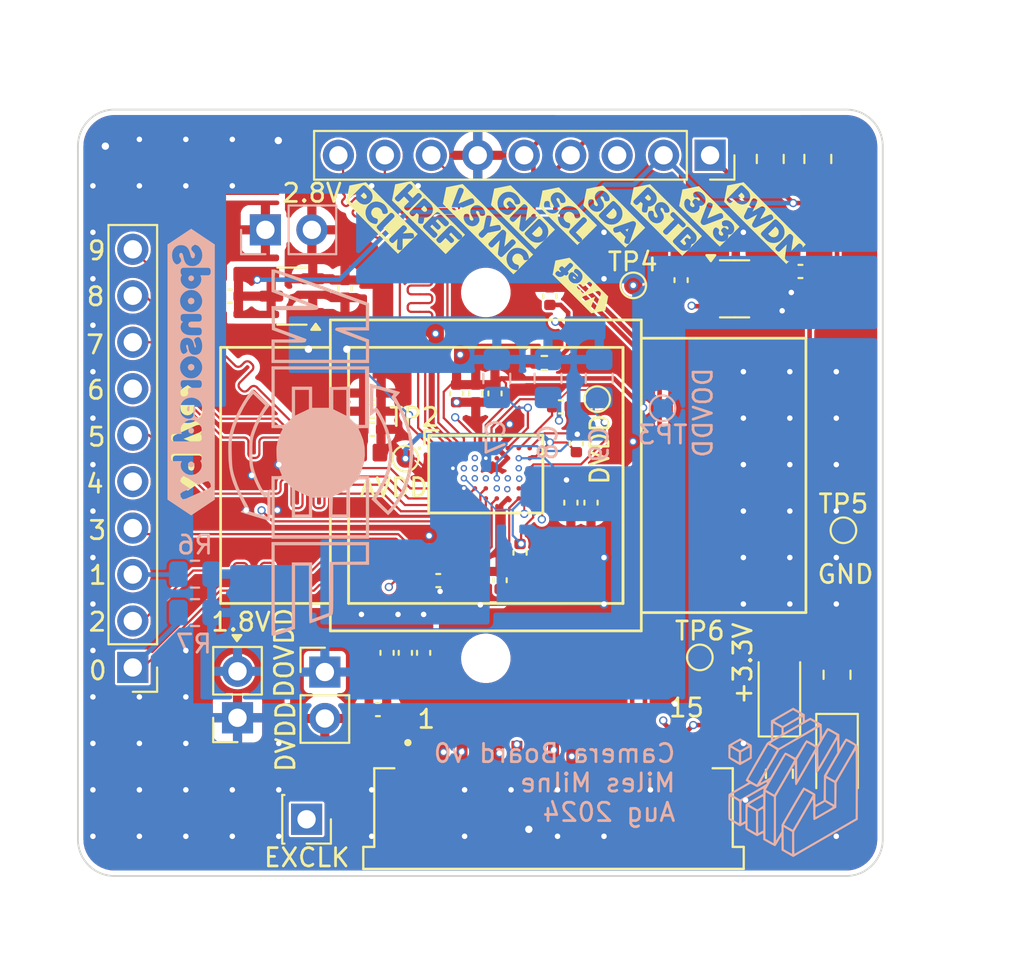
<source format=kicad_pcb>
(kicad_pcb (version 20240108) (generator "pcbnew") (generator_version "8.0")
  (layers (0 "F.Cu" signal) (1 "In1.Cu" mixed "F.GND") (2 "In2.Cu" signal "PWR_GND") (3 "In3.Cu" power "SIG") (4 "In4.Cu" signal "B.GND") (31 "B.Cu" signal) (34 "B.Paste" user) (35 "F.Paste" user) (36 "B.SilkS" user "B.Silkscreen") (37 "F.SilkS" user "F.Silkscreen") (38 "B.Mask" user) (39 "F.Mask" user) (44 "Edge.Cuts" user))
  (net 0 "")
  (net 1 "GND")
  (net 2 "/AVDD")
  (net 3 "+3.3V")
  (net 4 "/RSTB")
  (net 5 "/EXCLK")
  (net 6 "/SDA")
  (net 7 "/SCL")
  (net 8 "/D0")
  (net 9 "/D1")
  (net 10 "/D2")
  (net 11 "/D3")
  (net 12 "/D4")
  (net 13 "/D5")
  (net 14 "/D6")
  (net 15 "/D7")
  (net 16 "/D8")
  (net 17 "/D9")
  (net 18 "/VSYNC")
  (net 19 "/HREF")
  (net 20 "/PCLK")
  (net 21 "/PWDN")
  (net 22 "/MDP1")
  (net 23 "/MDP0")
  (net 24 "/MDN1")
  (net 25 "/MDN0")
  (net 26 "/MCN")
  (net 27 "/MCP")
  (net 28 "/DOVDD")
  (net 29 "/DVDD")
  (net 30 "Net-(D1-K)")
  (net 31 "Net-(D2-K)")
  (net 32 "/LED")
  (net 33 "Net-(U3-VR)")
  (net 34 "Net-(U3-VH)")
  (net 35 "Net-(U3-VN)")
  (net 38 "GNDA")
  (footprint "Connector_PinSocket_2.54mm:PinSocket_1x02_P2.54mm_Vertical" (layer "F.Cu") (at 66.985 118.24 180)
    (property "Reference" "J2" (hide yes))
    (property "Value" "1.8V")
  )
  (footprint "TestPoint:TestPoint_Pad_D1.0mm" (layer "F.Cu") (at 88.62 94.6)
    (property "Reference" "TP4")
    (property "Value" "Vref")
  )
  (footprint "TestPoint:TestPoint_Pad_D1.0mm" (layer "F.Cu") (at 76.17 104.07)
    (property "Reference" "TP2")
    (property "Value" "2.8V")
  )
  (footprint "Capacitor_SMD:C_0402_1005Metric" (layer "F.Cu") (at 75.16 114.69 -90)
    (property "Reference" "C22" (hide yes))
    (property "Value" "0.1uF")
  )
  (footprint "Resistor_SMD:R_0402_1005Metric" (layer "F.Cu") (at 83.76 98.84)
    (property "Reference" "R1" (hide yes))
    (property "Value" "10k")
  )
  (footprint "Capacitor_SMD:C_0402_1005Metric" (layer "F.Cu") (at 66.56 95.19 180)
    (property "Reference" "C3" (hide yes))
    (property "Value" "1uF")
  )
  (footprint "Capacitor_SMD:C_0402_1005Metric" (layer "F.Cu") (at 85.21 106.48 -90)
    (property "Reference" "C12" (hide yes))
    (property "Value" "0.1uF")
  )
  (footprint "Capacitor_SMD:C_0402_1005Metric" (layer "F.Cu") (at 82.43 109.22 -90)
    (property "Reference" "C13" (hide yes))
    (property "Value" "0.1uF")
  )
  (footprint "kibuzzard-66C6556F" (layer "F.Cu") (at 90.239599 90.849599 -45)
    (property "Reference" "kibuzzard-66C6556F" (hide yes))
    (property "Value" "G***" (hide yes))
  )
  (footprint "kibuzzard-66C65581" (layer "F.Cu") (at 95.64 91.02 -45)
    (property "Reference" "kibuzzard-66C65581" (hide yes))
    (property "Value" "G***" (hide yes))
  )
  (footprint "Capacitor_SMD:C_0402_1005Metric" (layer "F.Cu") (at 76.16 114.69 -90)
    (property "Reference" "C19" (hide yes))
    (property "Value" "0.1uF")
  )
  (footprint "uwrl_hardware_footprints:M12_Lens_Mount" (layer "F.Cu") (at 80.56 104.99 -90)
    (property "Reference" "REF**" (hide yes))
    (property "Value" "M12_Lens_Mount")
  )
  (footprint "uwrl_hardware_footprints:AMPHENOL_SFW15R-2STE1LF" (layer "F.Cu") (at 84.26 122.6)
    (property "Reference" "J4" (hide yes))
    (property "Value" "MIPI Conn")
  )
  (footprint "NetTie:NetTie-2_SMD_Pad0.5mm" (layer "F.Cu") (at 63.208 89.736 -90)
    (property "Reference" "NT1" (hide yes))
    (property "Value" "Ground tie" (hide yes))
  )
  (footprint "Package_TO_SOT_SMD:SOT-23-5" (layer "F.Cu") (at 94.16 94.79)
    (property "Reference" "U2" (hide yes))
    (property "Value" "AP7365-18WG-7")
  )
  (footprint "Capacitor_SMD:C_0402_1005Metric" (layer "F.Cu") (at 86.31 106.48 -90)
    (property "Reference" "C10" (hide yes))
    (property "Value" "10uF")
  )
  (footprint "Connector_PinHeader_2.54mm:PinHeader_1x02_P2.54mm_Vertical" (layer "F.Cu") (at 71.76 115.74)
    (property "Reference" "JP1" (hide yes))
    (property "Value" "1.8V Jumper")
  )
  (footprint "kibuzzard-66C7B8BC" (layer "F.Cu") (at 85.73 94.61 135)
    (property "Reference" "kibuzzard-66C7B8BC" (hide yes))
    (property "Value" "G***" (hide yes))
  )
  (footprint "Capacitor_SMD:C_0402_1005Metric" (layer "F.Cu") (at 72.86 94.79 -90)
    (property "Reference" "C4" (hide yes))
    (property "Value" "1uF")
  )
  (footprint "Resistor_SMD:R_0805_2012Metric" (layer "F.Cu") (at 98.71 87.69 90)
    (property "Reference" "R5" (hide yes))
    (property "Value" "10k (NC)")
  )
  (footprint "Capacitor_SMD:C_0402_1005Metric" (layer "F.Cu") (at 74.35 101.48 180)
    (property "Reference" "C24" (hide yes))
    (property "Value" "10uF")
  )
  (footprint "Capacitor_SMD:C_0402_1005Metric" (layer "F.Cu") (at 78.96 100.51 -90)
    (property "Reference" "C16" (hide yes))
    (property "Value" "0.1uF")
  )
  (footprint "Connector_PinHeader_2.54mm:PinHeader_1x10_P2.54mm_Vertical" (layer "F.Cu") (at 61.26 115.49 180)
    (property "Reference" "J6" (hide yes))
    (property "Value" "DVP Data")
  )
  (footprint "kibuzzard-66C654D1" (layer "F.Cu") (at 77.25 90.72 -45)
    (property "Reference" "kibuzzard-66C654D1" (hide yes))
    (property "Value" "G***" (hide yes))
  )
  (footprint "Capacitor_SMD:C_0402_1005Metric" (layer "F.Cu") (at 80.01 100.51 -90)
    (property "Reference" "C15" (hide yes))
    (property "Value" "0.1uF")
  )
  (footprint "Capacitor_SMD:C_0402_1005Metric" (layer "F.Cu") (at 74.35 102.47 180)
    (property "Reference" "C23" (hide yes))
    (property "Value" "10uF")
  )
  (footprint "TestPoint:TestPoint_Pad_D1.0mm" (layer "F.Cu") (at 86.65 100.82)
    (property "Reference" "DVDD")
    (property "Value" "DVDD")
  )
  (footprint "TestPoint:TestPoint_Pad_D1.0mm" (layer "F.Cu") (at 92.26 114.94)
    (property "Reference" "TP6")
    (property "Value" "+3.3V")
  )
  (footprint "Capacitor_SMD:C_0402_1005Metric" (layer "F.Cu") (at 97.76 93.84)
    (property "Reference" "C2" (hide yes))
    (property "Value" "1uF")
  )
  (footprint "kibuzzard-66C65576" (layer "F.Cu") (at 92.599396 90.649396 -45)
    (property "Reference" "kibuzzard-66C65576" (hide yes))
    (property "Value" "G***" (hide yes))
  )
  (footprint "Capacitor_SMD:C_0402_1005Metric" (layer "F.Cu") (at 84.06 95.19 90)
    (property "Reference" "C6" (hide yes))
    (property "Value" "0.1uF")
  )
  (footprint "kibuzzard-66C65548" (layer "F.Cu") (at 80.5 91.35 -45)
    (property "Reference" "kibuzzard-66C65548" (hide yes))
    (property "Value" "G***" (hide yes))
  )
  (footprint "Capacitor_SMD:C_0402_1005Metric" (layer "F.Cu") (at 74.66 117.79)
    (property "Reference" "C11" (hide yes))
    (property "Value" "10uF")
  )
  (footprint "kibuzzard-66C65550" (layer "F.Cu") (at 82.410206 90.700206 -45)
    (property "Reference" "kibuzzard-66C65550" (hide yes))
    (property "Value" "G***" (hide yes))
  )
  (footprint "Capacitor_SMD:C_0402_1005Metric" (layer "F.Cu") (at 84.66 101.24)
    (property "Reference" "C20" (hide yes))
    (property "Value" "0.1uF")
  )
  (footprint "kibuzzard-66C7B86B" (layer "F.Cu") (at 64.26 102.94 -90)
    (property "Reference" "kibuzzard-66C7B86B" (hide yes))
    (property "Value" "G***" (hide yes))
  )
  (footprint "Capacitor_SMD:C_0402_1005Metric" (layer "F.Cu") (at 81.06 100.51 -90)
    (property "Reference" "C14" (hide yes))
    (property "Value" "0.1uF")
  )
  (footprint "Capacitor_SMD:C_0402_1005Metric" (layer "F.Cu") (at 74.36 100.49 180)
    (property "Reference" "C5" (hide yes))
    (property "Value" "10uF")
  )
  (footprint "kibuzzard-66C65564" (layer "F.Cu") (at 87.399194 90.659194 -45)
    (property "Reference" "kibuzzard-66C65564" (hide yes))
    (property "Value" "G***" (hide yes))
  )
  (footprint "Connector_PinSocket_2.54mm:PinSocket_1x01_P2.54mm_Vertical" (layer "F.Cu") (at 70.76 123.79 -90)
    (property "Reference" "J5" (hide yes))
    (property "Value" "External clock")
  )
  (footprint "LED_SMD:LED_1206_3216Metric_Pad1.42x1.75mm_HandSolder" (layer "F.Cu") (at 96.61 116.8025 90)
    (property "Reference" "D2" (hide yes))
    (property "Value" "Green")
  )
  (footprint "Package_TO_SOT_SMD:SOT-23-3" (layer "F.Cu") (at 69.96 95.19 180)
    (property "Reference" "U1" (hide yes))
    (property "Value" "XC6206P282MR")
  )
  (footprint "TestPoint:TestPoint_Pad_D1.0mm" (layer "F.Cu") (at 100.11 107.99)
    (property "Reference" "TP5")
    (property "Value" "GND")
  )
  (footprint "Resistor_SMD:R_0805_2012Metric" (layer "F.Cu") (at 96.11 87.69 90)
    (property "Reference" "R4" (hide yes))
    (property "Value" "10k (NC)")
  )
  (footprint "Resistor_SMD:R_0805_2012Metric" (layer "F.Cu") (at 96.61 121.3025 -90)
    (property "Reference" "R3" (hide yes))
    (property "Value" "TBD")
  )
  (footprint "kibuzzard-66C65558" (layer "F.Cu") (at 84.88 90.64 -45)
    (property "Reference" "kibuzzard-66C65558" (hide yes))
    (property "Value" "G***" (hide yes))
  )
  (footprint "Capacitor_SMD:C_0402_1005Metric" (layer "F.Cu") (at 85.51 103.24 90)
    (property "Reference" "C25" (hide yes))
    (property "Value" "10uF")
  )
  (footprint "uwrl_hardware_footprints:WLCSP-51_L6.1-W4.1-P0.60-S0.55-TL" (layer "F.Cu") (at 80.559898 104.875083)
    (property "Reference" "U3" (hide yes))
    (property "Value" "JX-K06A")
  )
  (footprint "Resistor_SMD:R_0805_2012Metric" (layer "F.Cu") (at 99.76 115.89 90)
    (property "Reference" "R2" (hide yes))
    (property "Value" "TBD")
  )
  (footprint "Capacitor_SMD:C_0402_1005Metric" (layer "F.Cu") (at 91.235 94.315 -90)
    (property "Reference" "C1" (hide yes))
    (property "Value" "1uF")
  )
  (footprint "Capacitor_SMD:C_0402_1005Metric" (layer "F.Cu") (at 77.16 114.69 -90)
    (property "Reference" "C18" (hide yes))
    (property "Value" "0.1uF")
  )
  (footprint "clipboard:4bf10691-fd90-439b-874e-c27fddfe0eed" (layer "F.Cu") (at 66.715 113.72)
    (property "Reference" "")
    (property "Value" "")
  )
  (footprint "kibuzzard-66C654AF" (layer "F.Cu") (at 74.7 90.74 -45)
    (property "Reference" "kibuzzard-66C654AF" (hide yes))
    (property "Value" "G***" (hide yes))
  )
  (footprint "Capacitor_SMD:C_0402_1005Metric" (layer "F.Cu") (at 77.96 110.74 180)
    (property "Reference" "C17" (hide yes))
    (property "Value" "0.1uF")
  )
  (footprint "Capacitor_SMD:C_0402_1005Metric" (layer "F.Cu") (at 81.34 110.72 90)
    (property "Reference" "C21" (hide yes))
    (property "Value" "0.1uF")
  )
  (footprint "LED_SMD:LED_1206_3216Metric_Pad1.42x1.75mm_HandSolder" (layer "F.Cu") (at 99.76 120.49 -90)
    (property "Reference" "D1" (hide yes))
    (property "Value" "Red")
  )
  (footprint "Connector_PinSocket_2.54mm:PinSocket_1x09_P2.54mm_Vertical" (layer "F.Cu") (at 92.82 87.49 -90)
    (property "Reference" "J1" (hide yes))
    (property "Value" "Misc conn")
  )
  (footprint "uwrl_hardware_footprints:weef_logo_20x10mm" (layer "B.Cu") (at 71.51 103.74 -90)
    (property "Reference" "G***" (hide yes))
    (property "Value" "LOGO" (hide yes))
  )
  (footprint "Resistor_SMD:R_0805_2012Metric" (layer "B.Cu") (at 64.66 112.49 180)
    (property "Reference" "R7")
    (property "Value" "4.7k (NC)")
  )
  (footprint "TestPoint:TestPoint_Pad_D1.0mm" (layer "B.Cu") (at 90.22 101.32)
    (property "Reference" "TP3")
    (property "Value" "DOVDD")
  )
  (footprint "Resistor_SMD:R_0805_2012Metric" (layer "B.Cu") (at 64.66 110.39 180)
    (property "Reference" "R6")
    (property "Value" "4.7k (NC)")
  )
  (footprint "Capacitor_SMD:C_0805_2012Metric_Pad1.18x1.45mm_HandSolder" (layer "B.Cu") (at 81.16 99.69 90)
    (property "Reference" "C7")
    (property "Value" "1uF")
  )
  (footprint "Capacitor_SMD:C_0805_2012Metric_Pad1.18x1.45mm_HandSolder" (layer "B.Cu") (at 83.96 99.69 90)
    (property "Reference" "C8")
    (property "Value" "1uF")
  )
  (footprint "uwrl_hardware_footprints:team_logo_10x10mm" (layer "B.Cu") (at 97.36 121.79 180)
    (property "Reference" "G***" (hide yes))
    (property "Value" "LOGO" (hide yes))
  )
  (footprint "kibuzzard-66C65292" (layer "B.Cu") (at 64.45 99.34 -90)
    (property "Reference" "kibuzzard-66C65292" (hide yes))
    (property "Value" "G***" (hide yes))
  )
  (footprint "Capacitor_SMD:C_0805_2012Metric_Pad1.18x1.45mm_HandSolder" (layer "B.Cu") (at 86.76 99.69 90)
    (property "Reference" "C9")
    (property "Value" "1uF")
  )
  (footprint "Connector_PinSocket_2.54mm:PinSocket_1x02_P2.54mm_Vertical" (layer "B.Cu") (at 68.51 91.565 -90)
    (property "Reference" "J3" (hide yes))
    (property "Value" "2.8V")
  )
  (gr_line (start 60.26 84.99) (end 100.26 84.99) (stroke (width 0.1)) (layer "Edge.Cuts"))
  (gr_arc (start 60.26 126.89) (mid 58.845786 126.304214) (end 58.26 124.89) (stroke (width 0.1)) (layer "Edge.Cuts"))
  (gr_arc (start 58.26 86.99) (mid 58.845786 85.575786) (end 60.26 84.99) (stroke (width 0.1)) (layer "Edge.Cuts"))
  (gr_line (start 58.26 124.89) (end 58.26 86.99) (stroke (width 0.1)) (layer "Edge.Cuts"))
  (gr_arc (start 102.26 124.89) (mid 101.674214 126.304214) (end 100.26 126.89) (stroke (width 0.1)) (layer "Edge.Cuts"))
  (gr_line (start 100.26 126.89) (end 60.26 126.89) (stroke (width 0.1)) (layer "Edge.Cuts"))
  (gr_line (start 102.26 124.89) (end 102.26 86.99) (stroke (width 0.1)) (layer "Edge.Cuts"))
  (gr_arc (start 100.26 84.99) (mid 101.674214 85.575786) (end 102.26 86.99) (stroke (width 0.1)) (layer "Edge.Cuts"))
  (gr_text "DOVDD" (at 93.02 99.01 90) (layer "B.SilkS") (effects (font (size 1 1)) (justify left bottom mirror)))
  (gr_text "Camera Board v0\nMiles Milne\nAug 2024" (at 91.01 123.99 0) (layer "B.SilkS") (effects (font (size 1 1)) (justify left bottom mirror)))
  (gr_text "1" (at 76.73 118.9 0) (layer "F.SilkS") (effects (font (size 1 1)) (justify left bottom)))
  (gr_text "2" (at 58.75 113.59 0) (layer "F.SilkS") (effects (font (size 1 1)) (justify left bottom)))
  (gr_text "EXCLK\n" (at 68.34 126.47 0) (layer "F.SilkS") (effects (font (size 1 1)) (justify left bottom)))
  (gr_text "DOVDD" (at 70.13 117.24 90) (layer "F.SilkS") (effects (font (size 1 1)) (justify left bottom)))
  (gr_text "+3.3V" (at 95.19 117.62 90) (layer "F.SilkS") (effects (font (size 1 1)) (justify left bottom)))
  (gr_text "2.8V" (at 69.34 90.14 0) (layer "F.SilkS") (effects (font (size 1 1)) (justify left bottom)))
  (gr_text "GND" (at 98.6 110.98 0) (layer "F.SilkS") (effects (font (size 1 1)) (justify left bottom)))
  (gr_text "4" (at 58.61 106.04 0) (layer "F.SilkS") (effects (font (size 1 1)) (justify left bottom)))
  (gr_text "0" (at 58.77 116.25 0) (layer "F.SilkS") (effects (font (size 1 1)) (justify left bottom)))
  (gr_text "1" (at 58.77 111.03 0) (layer "F.SilkS") (effects (font (size 1 1)) (justify left bottom)))
  (gr_text "AVDD" (at 73.57 106.24 0) (layer "F.SilkS") (effects (font (size 1 1)) (justify left bottom)))
  (gr_text "3" (at 58.75 108.58 0) (layer "F.SilkS") (effects (font (size 1 1)) (justify left bottom)))
  (gr_text "8" (at 58.65 95.8 0) (layer "F.SilkS") (effects (font (size 1 1)) (justify left bottom)))
  (gr_text "7" (at 58.62 98.43 0) (layer "F.SilkS") (effects (font (size 1 1)) (justify left bottom)))
  (gr_text "1.8V" (at 65.46 113.59 0) (layer "F.SilkS") (effects (font (size 1 1)) (justify left bottom)))
  (gr_text "9" (at 58.71 93.29 0) (layer "F.SilkS") (effects (font (size 1 1)) (justify left bottom)))
  (gr_text "15" (at 90.48 118.28 0) (layer "F.SilkS") (effects (font (size 1 1)) (justify left bottom)))
  (gr_text "6" (at 58.67 100.91 0) (layer "F.SilkS") (effects (font (size 1 1)) (justify left bottom)))
  (gr_text "5" (at 58.71 103.48 0) (layer "F.SilkS") (effects (font (size 1 1)) (justify left bottom)))
  (gr_text "DVDD" (at 70.2 121.29 90) (layer "F.SilkS") (effects (font (size 1 1)) (justify left bottom)))
  (segment (start 81.159847 103.500178) (end 81.459597 103.799928) (width 0.1217) (layer "F.Cu") (net 1))
  (segment (start 77.66 102.164562) (end 77.66 101.152) (width 0.1217) (layer "F.Cu") (net 1))
  (segment (start 77.46 108.29) (end 78.26 108.29) (width 0.127) (layer "F.Cu") (net 1))
  (segment (start 78.759796 103.264358) (end 77.66 102.164562) (width 0.1217) (layer "F.Cu") (net 1))
  (segment (start 81.46 110.12) (end 81.46 106.549784) (width 0.1217) (layer "F.Cu") (net 1))
  (segment (start 79.36 107.19) (end 79.36 106.249988) (width 0.127) (layer "F.Cu") (net 1))
  (segment (start 77.66 101.152) (end 77.672 101.14) (width 0.1217) (layer "F.Cu") (net 1))
  (segment (start 78.759796 103.500178) (end 78.759796 103.264358) (width 0.1217) (layer "F.Cu") (net 1))
  (segment (start 81.159847 101.089847) (end 81.06 100.99) (width 0.127) (layer "F.Cu") (net 1))
  (segment (start 81.46 106.549784) (end 81.759796 106.249988) (width 0.1217) (layer "F.Cu") (net 1))
  (segment (start 81.759796 104.050089) (end 81.709911 104.050089) (width 0.0889) (layer "F.Cu") (net 1))
  (segment (start 81.86 102.19) (end 81.159847 102.890153) (width 0.127) (layer "F.Cu") (net 1))
  (segment (start 81.759796 104.050089) (end 81.709758 104.050089) (width 0.1217) (layer "F.Cu") (net 1))
  (segment (start 81.159847 102.890153) (end 81.159847 103.500178) (width 0.127) (layer "F.Cu") (net 1))
  (segment (start 81.709758 104.050089) (end 81.459597 103.799928) (width 0.1217) (layer "F.Cu") (net 1))
  (segment (start 78.26 108.29) (end 79.36 107.19) (width 0.127) (layer "F.Cu") (net 1))
  (segment (start 78.76 103.499974) (end 78.759796 103.500178) (width 0.0889) (layer "F.Cu") (net 1))
  (segment (start 81.34 110.24) (end 81.46 110.12) (width 0.1217) (layer "F.Cu") (net 1))
  (via (at 97.18 99.32) (size 0.5) (drill 0.3) (layers "F.Cu" "B.Cu") (net 1))
  (via (at 66.7 89.16) (size 0.5) (drill 0.3) (layers "F.Cu" "B.Cu") (net 1))
  (via (at 64.16 124.72) (size 0.5) (drill 0.3) (layers "F.Cu" "B.Cu") (net 1))
  (via (at 67.46 106.89) (size 0.45) (drill 0.3) (layers "F.Cu" "B.Cu") (net 1))
  (via (at 64.16 114.56) (size 0.5) (drill 0.3) (layers "F.Cu" "B.Cu") (net 1))
  (via (at 99.72 124.72) (size 0.5) (drill 0.3) (layers "F.Cu" "B.Cu") (net 1))
  (via (at 59.08 94.24) (size 0.5) (drill 0.3) (layers "F.Cu" "B.Cu") (net 1))
  (via (at 81.94 122.18) (size 0.5) (drill 0.3) (layers "F.Cu" "B.Cu") (net 1))
  (via (at 59.08 89.16) (size 0.5) (drill 0.3) (layers "F.Cu" "B.Cu") (net 1))
  (via (at 59.76 86.99) (size 0.8) (drill 0.4) (layers "F.Cu" "B.Cu") (net 1))
  (via (at 59.08 109.48) (size 0.5) (drill 0.3) (layers "F.Cu" "B.Cu") (net 1))
  (via (at 61.62 86.62) (size 0.5) (drill 0.3) (layers "F.Cu" "B.Cu") (net 1))
  (via (at 94.64 91.7) (size 0.5) (drill 0.3) (layers "F.Cu" "B.Cu") (net 1))
  (via (at 64.16 117.1) (size 0.5) (drill 0.3) (layers "F.Cu" "B.Cu") (net 1))
  (via (at 97.18 106.94) (size 0.5) (drill 0.3) (layers "F.Cu" "B.Cu") (net 1))
  (via (at 87.02 94.24) (size 0.5) (drill 0.3) (layers "F.Cu" "B.Cu") (net 1))
  (via (at 89.56 122.18) (size 0.5) (drill 0.3) (layers "F.Cu" "B.Cu") (net 1))
  (via (at 59.08 91.7) (size 0.5) (drill 0.3) (layers "F.Cu" "B.Cu") (net 1))
  (via (at 94.64 101.86) (size 0.5) (drill 0.3) (layers "F.Cu" "B.Cu") (net 1))
  (via (at 94.64 109.48) (size 0.5) (drill 0.3) (layers "F.Cu" "B.Cu") (net 1))
  (via (at 69.215 86.682) (size 0.8) (drill 0.4) (layers "F.Cu" "B.Cu") (net 1))
  (via (at 66.7 122.18) (size 0.5) (drill 0.3) (layers "F.Cu" "B.Cu") (net 1))
  (via (at 61.62 119.64) (size 0.5) (drill 0.3) (layers "F.Cu" "B.Cu") (net 1))
  (via (at 74.32 89.16) (size 0.5) (drill 0.3) (layers "F.Cu" "B.Cu") (net 1))
  (via (at 94.64 112.02) (size 0.5) (drill 0.3) (layers "F.Cu" "B.Cu") (net 1))
  (via (at 84.48 122.18) (size 0.5) (drill 0.3) (layers "F.Cu" "B.Cu") (net 1))
  (via (at 82.91 124.34) (size 0.8) (drill 0.4) (layers "F.Cu" "B.Cu") (net 1))
  (via (at 59.08 122.18) (size 0.5) (drill 0.3) (layers "F.Cu" "B.Cu") (net 1))
  (via (at 97.18 112.02) (size 0.5) (drill 0.3) (layers "F.Cu" "B.Cu") (net 1))
  (via (at 61.62 117.1) (size 0.5) (drill 0.3) (layers "F.Cu" "B.Cu") (net 1))
  (via (at 97.18 104.4) (size 0.5) (drill 0.3) (layers "F.Cu" "B.Cu") (net 1))
  (via (at 59.08 104.4) (size 0.5) (drill 0.3) (layers "F.Cu" "B.Cu") (net 1))
  (via (at 99.72 101.86) (size 0.5) (drill 0.3) (layers "F.Cu" "B.Cu") (net 1))
  (via (at 59.08 119.64) (size 0.5) (drill 0.3) (layers "F.Cu" "B.Cu") (net 1))
  (via (at 97.18 109.48) (size 0.5) (drill 0.3) (layers "F.Cu" "B.Cu") (net 1))
  (via (at 59.08 99.32) (size 0.5) (drill 0.3) (layers "F.Cu" "B.Cu") (net 1))
  (via (at 69.24 122.18) (size 0.5) (drill 0.3) (layers "F.Cu" "B.Cu") (net 1))
  (via (at 69.24 119.64) (size 0.5) (drill 0.3) (layers "F.Cu" "B.Cu") (net 1))
  (via (at 74.32 124.72) (size 0.5) (drill 0.3) (layers "F.Cu" "B.Cu") (net 1))
  (via (at 99.72 104.4) (size 0.5) (drill 0.3) (layers "F.Cu" "B.Cu") (net 1))
  (via (at 97.18 101.86) (size 0.5) (drill 0.3) (layers "F.Cu" "B.Cu") (net 1))
  (via (at 61.62 124.72) (size 0.5) (drill 0.3) (layers "F.Cu" "B.Cu") (net 1))
  (via (at 66.7 86.62) (size 0.5) (drill 0.3) (layers "F.Cu" "B.Cu") (net 1))
  (via (at 64.16 119.64) (size 0.5) (drill 0.3) (layers "F.Cu" "B.Cu") (net 1))
  (via (at 99.72 106.94) (size 0.5) (drill 0.3) (layers "F.Cu" "B.Cu") (net 1))
  (via (at 59.08 112.02) (size 0.5) (drill 0.3) (layers "F.Cu" "B.Cu") (net 1))
  (via (at 78.96 100.99) (size 0.45) (drill 0.3) (layers "F.Cu" "B.Cu") (net 1))
  (via (at 59.08 114.56) (size 0.5) (drill 0.3) (layers "F.Cu" "B.Cu") (net 1))
  (via (at 64.16 89.16) (size 0.5) (drill 0.3) (layers "F.Cu" "B.Cu") (net 1))
  (via (at 76.86 89.16) (size 0.5) (drill 0.3) (layers "F.Cu" "B.Cu") (net 1))
  (via (at 99.72 99.32) (size 0.5) (drill 0.3) (layers "F.Cu" "B.Cu") (net 1))
  (via (at 99.72 112.02) (size 0.5) (drill 0.3) (layers "F.Cu" "B.Cu") (net 1))
  (via (at 59.08 101.86) (size 0.5) (drill 0.3) (layers "F.Cu" "B.Cu") (net 1))
  (via (at 74.32 122.18) (size 0.5) (drill 0.3) (layers "F.Cu" "B.Cu") (net 1))
  (via (at 66.7 124.72) (size 0.5) (drill 0.3) (layers "F.Cu" "B.Cu") (net 1))
  (via (at 69.16 106.89) (size 0.45) (drill 0.3) (layers "F.Cu" "B.Cu") (net 1))
  (via (at 59.08 124.72) (size 0.5) (drill 0.3) (layers "F.Cu" "B.Cu") (net 1))
  (via (at 90.9 117.49) (size 0.45) (drill 0.3) (layers "F.Cu" "B.Cu") (net 1))
  (via (at 61.62 122.18) (size 0.5) (drill 0.3) (layers "F.Cu" "B.Cu") (net 1))
  (via (at 94.76 122.74) (size 0.45) (drill 0.3) (layers "F.Cu" "B.Cu") (net 1))
  (via (at 77.46 108.29) (size 0.45) (drill 0.3) (layers "F.Cu" "B.Cu") (net 1))
  (via (at 94.64 119.64) (size 0.5) (drill 0.3) (layers "F.Cu" "B.Cu") (net 1))
  (via (at 84.48 124.72) (size 0.5) (drill 0.3) (layers "F.Cu" "B.Cu") (net 1))
  (via (at 87.02 91.7) (size 0.5) (drill 0.3) (layers "F.Cu" "B.Cu") (net 1))
  (via (at 87.02 124.72) (size 0.5) (drill 0.3) (layers "F.Cu" "B.Cu") (net 1))
  (via (at 79.4 122.18) (size 0.5) (drill 0.3) (layers "F.Cu" "B.Cu") (net 1))
  (via (at 77.81 97.24) (size 0.45) (drill 0.3) (layers "F.Cu" "B.Cu") (net 1))
  (via (at 61.62 89.16) (size 0.5) (drill 0.3) (layers "F.Cu" "B.Cu") (net 1))
  (via (at 94.64 104.4) (size 0.5) (drill 0.3) (layers "F.Cu" "B.Cu") (net 1))
  (via (at 79.4 124.72) (size 0.5) (drill 0.3) (layers "F.Cu" "B.Cu") (net 1))
  (via (at 69.24 104.4) (size 0.5) (drill 0.3) (layers "F.Cu" "B.Cu") (net 1))
  (via (at 67.76 104.99) (size 0.45) (drill 0.3) (layers "F.Cu" "B.Cu") (net 1))
  (via (at 94.64 99.32) (size 0.5) (drill 0.3) (layers "F.Cu" "B.Cu") (net 1))
  (via (at 64.16 86.62) (size 0.5) (drill 0.3) (layers "F.Cu" "B.Cu") (net 1))
  (via (at 59.08 96.78) (size 0.5) (drill 0.3) (layers "F.Cu" "B.Cu") (net 1))
  (via (at 94.64 106.94) (size 0.5) (drill 0.3) (layers "F.Cu" "B.Cu") (net 1))
  (via (at 69.24 124.72) (size 0.5) (drill 0.3) (layers "F.Cu" "B.Cu") (net 1))
  (via (at 59.08 117.1) (size 0.5) (drill 0.3) (layers "F.Cu" "B.Cu") (net 1))
  (via (at 88.61 103.14) (size 0.45) (drill 0.3) (layers "F.Cu" "B.Cu") (net 1))
  (via (at 81.86 102.19) (size 0.45) (drill 0.3) (layers "F.Cu" "B.Cu") (net 1))
  (via (at 64.16 122.18) (size 0.5) (drill 0.3) (layers "F.Cu" "B.Cu") (net 1))
  (via (at 59.08 106.94) (size 0.5) (drill 0.3) (layers "F.Cu" "B.Cu") (net 1))
  (via (at 87.02 109.48) (size 0.5) (drill 0.3) (layers "F.Cu" "B.Cu") (net 1))
  (via (at 87.02 112.02) (size 0.5) (drill 0.3) (layers "F.Cu" "B.Cu") (net 1))
  (via (at 99.72 109.48) (size 0.5) (drill 0.3) (layers "F.Cu" "B.Cu") (net 1))
  (segment (start 82.959949 104.050089) (end 82.960038 104.05) (width 0.127) (layer "F.Cu") (net 2))
  (segment (start 83.31 103.94) (end 83.070038 103.94) (width 0.1217) (layer "F.Cu") (net 2))
  (segment (start 82.960038 104.05) (end 82.971449 104.05) (width 0.127) (layer "F.Cu") (net 2))
  (segment (start 78.159847 104.6) (end 77.46 104.6) (width 0.1217) (layer "F.Cu") (net 2))
  (segment (start 84.06 103.19) (end 84.98 103.19) (width 0.1217) (layer "F.Cu") (net 2))
  (segment (start 84.06 103.19) (end 83.31 103.94) (width 0.1217) (layer "F.Cu") (net 2))
  (segment (start 84.98 103.19) (end 85.51 103.72) (width 0.1217) (layer "F.Cu") (net 2))
  (segment (start 77.810166 105.150166) (end 78.159847 105.150166) (width 0.1217) (layer "F.Cu") (net 2))
  (segment (start 77.26 104.6) (end 77.46 104.6) (width 0.1217) (layer "F.Cu") (net 2))
  (segment (start 76.73 104.07) (end 77.26 104.6) (width 0.1217) (layer "F.Cu") (net 2))
  (segment (start 83.070038 103.94) (end 82.959949 104.050089) (width 0.1217) (layer "F.Cu") (net 2))
  (segment (start 77.26 104.6) (end 77.810166 105.150166) (width 0.1217) (layer "F.Cu") (net 2))
  (segment (start 76.17 104.07) (end 76.73 104.07) (width 0.1217) (layer "F.Cu") (net 2))
  (via (at 84.06 103.19) (size 0.45) (drill 0.3) (layers "F.Cu" "B.Cu") (net 2))
  (via (at 76.17 104.07) (size 0.45) (drill 0.3) (layers "F.Cu" "B.Cu") (net 2))
  (segment (start 76.96 102.79) (end 83.66 102.79) (width 0.25) (layer "B.Cu") (net 2))
  (segment (start 76.17 103.58) (end 76.96 102.79) (width 0.25) (layer "B.Cu") (net 2))
  (segment (start 76.17 104.07) (end 76.17 103.58) (width 0.25) (layer "B.Cu") (net 2))
  (segment (start 83.66 102.79) (end 84.06 103.19) (width 0.25) (layer "B.Cu") (net 2))
  (segment (start 95.76 116.34) (end 95.76 115.315) (width 0.25) (layer "F.Cu") (net 3))
  (segment (start 96.235 114.94) (end 96.61 115.315) (width 0.0889) (layer "F.Cu") (net 3))
  (segment (start 90.245 87.49) (end 91.235 88.48) (width 0.25) (layer "F.Cu") (net 3))
  (segment (start 96.39 88.8825) (end 96.11 88.6025) (width 0.25) (layer "F.Cu") (net 3))
  (segment (start 95.76 115.315) (end 96.61 115.315) (width 0.25) (layer "F.Cu") (net 3))
  (segment (start 91.26 119.2775) (end 91.9 118.6375) (width 0.25) (layer "F.Cu") (net 3))
  (segment (start 91.26 119.498119) (end 91.26 120.5) (width 0.25) (layer "F.Cu") (net 3))
  (segment (start 92.26 114.94) (end 96.235 114.94) (width 0.0889) (layer "F.Cu") (net 3))
  (segment (start 96.39 89.13) (end 96.39 88.8825) (width 0.25) (layer "F.Cu") (net 3))
  (segment (start 90.26 118.39) (end 90.26 118.498119) (width 0.25) (layer "F.Cu") (net 3))
  (segment (start 93.0225 95.74) (end 91.835 95.74) (width 0.25) (layer "F.Cu") (net 3))
  (segment (start 97.36 90.1) (end 98.26 90.1) (width 0.25) (layer "F.Cu") (net 3))
  (segment (start 98.71 89.65) (end 98.71 88.6025) (width 0.25) (layer "F.Cu") (net 3))
  (segment (start 91.9 118.6375) (end 93.4625 118.6375) (width 0.25) (layer "F.Cu") (net 3))
  (segment (start 91.835 95.74) (end 91.81 95.715) (width 0.25) (layer "F.Cu") (net 3))
  (segment (start 98.26 90.1) (end 98.71 89.65) (width 0.25) (layer "F.Cu") (net 3))
  (segment (start 91.235 88.48) (end 91.235 93.835) (width 0.25) (layer "F.Cu") (net 3))
  (segment (start 91.26 120.5) (end 91.26 119.2775) (width 0.25) (layer "F.Cu") (net 3))
  (segment (start 90.26 118.498119) (end 91.26 119.498119) (width 0.25) (layer "F.Cu") (net 3))
  (segment (start 97.36 90.1) (end 96.39 89.13) (width 0.25) (layer "F.Cu") (net 3))
  (segment (start 96.35 114.9875) (end 95.91 115.4275) (width 0.25) (layer "F.Cu") (net 3))
  (segment (start 93.4625 118.6375) (end 95.76 116.34) (width 0.25) (layer "F.Cu") (net 3))
  (via (at 90.26 118.39) (size 0.45) (drill 0.3) (layers "F.Cu" "B.Cu") (net 3))
  (via (at 97.36 90.1) (size 0.45) (drill 0.3) (layers "F.Cu" "B.Cu") (net 3))
  (via (at 91.81 95.715) (size 0.45) (drill 0.3) (layers "F.Cu" "B.Cu") (net 3))
  (via (at 68.06 94.29) (size 0.45) (drill 0.3) (layers "F.Cu" "B.Cu") (net 3))
  (via (at 91.9 118.6375) (size 0.45) (drill 0.3) (layers "F.Cu" "B.Cu") (net 3))
  (segment (start 87.06 89.09) (end 85.56 90.59) (width 0.25) (layer "B.Cu") (net 3))
  (segment (start 76.26 90.59) (end 72.56 94.29) (width 0.25) (layer "B.Cu") (net 3))
  (segment (start 92.855 90.1) (end 90.245 87.49) (width 0.25) (layer "B.Cu") (net 3))
  (segment (start 91.85 118.6875) (end 91.9 118.6375) (width 0.25) (layer "B.Cu") (net 3))
  (segment (start 88.645 89.09) (end 87.06 89.09) (width 0.25) (layer "B.Cu") (net 3))
  (segment (start 90.245 87.49) (end 88.645 89.09) (width 0.25) (layer "B.Cu") (net 3))
  (segment (start 85.56 90.59) (end 76.26 90.59) (width 0.25) (layer "B.Cu") (net 3))
  (segment (start 72.56 94.29) (end 68.06 94.29) (width 0.25) (layer "B.Cu") (net 3))
  (segment (start 97.36 90.1) (end 92.855 90.1) (width 0.25) (layer "B.Cu") (net 3))
  (segment (start 85.06 97.115) (end 85.06 96.09) (width 0.25) (layer "F.Cu") (net 4))
  (segment (start 84.36 96.59) (end 84.535 96.59) (width 0.25) (layer "F.Cu") (net 4))
  (segment (start 84.64 95.67) (end 84.06 95.67) (width 0.25) (layer "F.Cu") (net 4))
  (segment (start 85.06 98.05) (end 85.06 97.115) (width 0.25) (layer "F.Cu") (net 4))
  (segment (start 84.535 96.59) (end 85.06 97.115) (width 0.25) (layer "F.Cu") (net 4))
  (segment (start 84.27 98.84) (end 85.06 98.05) (width 0.25) (layer "F.Cu") (net 4))
  (segment (start 85.06 96.09) (end 84.64 95.67) (width 0.25) (layer "F.Cu") (net 4))
  (via (at 84.36 96.59) (size 0.45) (drill 0.3) (layers "F.Cu" "B.Cu") (net 4))
  (via (at 79.96 104.6) (size 0.35) (drill 0.2) (layers "F.Cu" "B.Cu") (net 4))
  (segment (start 80.559898 108.490102) (end 80.559898 106.249988) (width 0.1217) (layer "F.Cu") (net 5))
  (segment (start 78.86 110.19) (end 80.559898 108.490102) (width 0.1217) (layer "F.Cu") (net 5))
  (segment (start 76.16 110.19) (end 78.86 110.19) (width 0.1217) (layer "F.Cu") (net 5))
  (segment (start 75.26 111.09) (end 76.16 110.19) (width 0.1217) (layer "F.Cu") (net 5))
  (via (at 75.26 111.09) (size 0.45) (drill 0.3) (layers "F.Cu" "B.Cu") (net 5))
  (segment (start 84.36 93.14) (end 90.66 99.44) (width 0.25) (layer "F.Cu") (net 6))
  (segment (start 95.0475 86.7775) (end 94.46 86.19) (width 0.25) (layer "F.Cu") (net 6))
  (segment (start 90.66 103.49) (end 89.26 104.89) (width 0.25) (layer "F.Cu") (net 6))
  (segment (start 90.66 99.44) (end 90.66 103.49) (width 0.25) (layer "F.Cu") (net 6))
  (segment (start 96.11 86.7775) (end 95.0475 86.7775) (width 0.25) (layer "F.Cu") (net 6))
  (segment (start 86.5 86.19) (end 85.2 87.49) (width 0.25) (layer "F.Cu") (net 6))
  (segment (start 90.26 119.8) (end 90.26 120.5) (width 0.25) (layer "F.Cu") (net 6))
  (segment (start 89.26 118.8) (end 90.26 119.8) (width 0.25) (layer "F.Cu") (net 6))
  (segment (start 84.36 88.33) (end 84.36 93.14) (width 0.25) (layer "F.Cu") (net 6))
  (segment (start 89.26 104.89) (end 89.26 118.8) (width 0.25) (layer "F.Cu") (net 6))
  (segment (start 94.46 86.19) (end 86.5 86.19) (width 0.25) (layer "F.Cu") (net 6))
  (segment (start 85.2 87.49) (end 84.36 88.33) (width 0.25) (layer "F.Cu") (net 6))
  (via (at 79.96 104.04) (size 0.35) (drill 0.2) (layers "F.Cu" "B.Cu") (net 6))
  (segment (start 98.71 86.74) (end 97.61 85.64) (width 0.25) (layer "F.Cu") (net 7))
  (segment (start 84.51 85.64) (end 82.66 87.49) (width 0.25) (layer "F.Cu") (net 7))
  (segment (start 90.06 99.319418) (end 90.06 103.09) (width 0.25) (layer "F.Cu") (net 7))
  (segment (start 82.66 87.49) (end 83.16 87.99) (width 0.25) (layer "F.Cu") (net 7))
  (segment (start 88.56 104.59) (end 88.56 119.1) (width 0.25) (layer "F.Cu") (net 7))
  (segment (start 88.56 119.1) (end 89.26 119.8) (width 0.25) (layer "F.Cu") (net 7))
  (segment (start 89.26 119.8) (end 89.26 120.5) (width 0.25) (layer "F.Cu") (net 7))
  (segment (start 98.71 86.7775) (end 98.71 86.74) (width 0.25) (layer "F.Cu") (net 7))
  (segment (start 83.16 92.419418) (end 90.06 99.319418) (width 0.25) (layer "F.Cu") (net 7))
  (segment (start 90.06 103.09) (end 88.56 104.59) (width 0.25) (layer "F.Cu") (net 7))
  (segment (start 97.61 85.64) (end 84.51 85.64) (width 0.25) (layer "F.Cu") (net 7))
  (segment (start 83.16 87.99) (end 83.16 92.419418) (width 0.25) (layer "F.Cu") (net 7))
  (via (at 79.36 104.6) (size 0.35) (drill 0.2) (layers "F.Cu" "B.Cu") (net 7))
  (segment (start 80.559898 105.700077) (end 80.260148 105.999827) (width 0.1217) (layer "F.Cu") (net 8))
  (segment (start 80.260148 105.999827) (end 80.260148 108.299852) (width 0.1217) (layer "F.Cu") (net 8))
  (segment (start 71.451714 110.998289) (end 71.240064 111.209937) (width 0.1217) (layer "F.Cu") (net 8))
  (segment (start 78.76 109.8) (end 72.65 109.8) (width 0.1217) (layer "F.Cu") (net 8))
  (segment (start 61.835 115.49) (end 61.26 115.49) (width 0.1217) (layer "F.Cu") (net 8))
  (segment (start 72.65 109.8) (end 72.088593 110.361407) (width 0.1217) (layer "F.Cu") (net 8))
  (segment (start 71.240064 111.209937) (end 71.16 111.29) (width 0.1217) (layer "F.Cu") (net 8))
  (segment (start 70.339362 111.29) (end 66.035 111.29) (width 0.1217) (layer "F.Cu") (net 8))
  (segment (start 71.16 111.29) (end 70.339362 111.29) (width 0.1217) (layer "F.Cu") (net 8))
  (segment (start 72.088593 110.786637) (end 71.876942 110.998289) (width 0.1217) (layer "F.Cu") (net 8))
  (segment (start 80.260148 108.299852) (end 78.76 109.8) (width 0.1217) (layer "F.Cu") (net 8))
  (segment (start 66.035 111.29) (end 61.835 115.49) (width 0.1217) (layer "F.Cu") (net 8))
  (arc (start 71.664328 110.998289) (mid 71.558022 110.954254) (end 71.451714 110.998289) (width 0.1217) (layer "F.Cu") (net 8))
  (arc (start 72.088593 110.361407) (mid 72.044559 110.467715) (end 72.088592 110.574023) (width 0.1217) (layer "F.Cu") (net 8))
  (arc (start 72.088592 110.574023) (mid 72.132627 110.68033) (end 72.088593 110.786637) (width 0.1217) (layer "F.Cu") (net 8))
  (arc (start 71.876942 110.998289) (mid 71.770636 111.042322) (end 71.664328 110.998289) (width 0.1217) (layer "F.Cu") (net 8))
  (segment (start 63.7475 113.0025) (end 61.26 115.49) (width 0.25) (layer "B.Cu") (net 8))
  (segment (start 63.7475 112.49) (end 63.7475 113.0025) (width 0.25) (layer "B.Cu") (net 8))
  (via (at 80.56 105.15) (size 0.35) (drill 0.2) (layers "F.Cu" "B.Cu") (net 9))
  (segment (start 63.7475 110.39) (end 63.7275 110.41) (width 0.25) (layer "B.Cu") (net 9))
  (segment (start 63.7275 110.41) (end 61.26 110.41) (width 0.25) (layer "B.Cu") (net 9))
  (segment (start 79.959949 108.100051) (end 79.959949 106.249988) (width 0.1217) (layer "F.Cu") (net 10))
  (segment (start 68.454298 109.771404) (end 68.755702 109.771404) (width 0.1217) (layer "F.Cu") (net 10))
  (segment (start 67.525 110.19) (end 67.525 110.399298) (width 0.1217) (layer "F.Cu") (net 10))
  (segment (start 68.965 109.980702) (end 68.965 110.19) (width 0.1217) (layer "F.Cu") (net 10))
  (segment (start 61.26 112.95) (end 61.8 112.95) (width 0.1217) (layer "F.Cu") (net 10))
  (segment (start 69.888634 110.19) (end 70.16 110.19) (width 0.1217) (layer "F.Cu") (net 10))
  (segment (start 68.245 110.19) (end 68.245 109.980702) (width 0.1217) (layer "F.Cu") (net 10))
  (segment (start 66.967304 109.782696) (end 67.321348 109.782696) (width 0.1217) (layer "F.Cu") (net 10))
  (segment (start 61.8 112.95) (end 64.56 110.19) (width 0.1217) (layer "F.Cu") (net 10))
  (segment (start 70.16 110.19) (end 70.66 110.19) (width 0.1217) (layer "F.Cu") (net 10))
  (segment (start 67.525 109.986348) (end 67.525 110.19) (width 0.1217) (layer "F.Cu") (net 10))
  (segment (start 68.965 110.19) (end 68.965 110.393634) (width 0.1217) (layer "F.Cu") (net 10))
  (segment (start 68.245 110.399298) (end 68.245 110.19) (width 0.1217) (layer "F.Cu") (net 10))
  (segment (start 69.168634 110.597268) (end 69.481366 110.597268) (width 0.1217) (layer "F.Cu") (net 10))
  (segment (start 70.66 110.19) (end 71.06 110.19) (width 0.1217) (layer "F.Cu") (net 10))
  (segment (start 67.734298 110.608596) (end 68.035702 110.608596) (width 0.1217) (layer "F.Cu") (net 10))
  (segment (start 71.95 109.3) (end 78.76 109.3) (width 0.1217) (layer "F.Cu") (net 10))
  (segment (start 71.06 110.19) (end 71.95 109.3) (width 0.1217) (layer "F.Cu") (net 10))
  (segment (start 78.76 109.3) (end 79.959949 108.100051) (width 0.1217) (layer "F.Cu") (net 10))
  (segment (start 64.56 110.19) (end 66.56 110.19) (width 0.1217) (layer "F.Cu") (net 10))
  (arc (start 68.965 110.393634) (mid 69.024643 110.537625) (end 69.168634 110.597268) (width 0.1217) (layer "F.Cu") (net 10))
  (arc (start 68.245 109.980702) (mid 68.306302 109.832706) (end 68.454298 109.771404) (width 0.1217) (layer "F.Cu") (net 10))
  (arc (start 67.525 110.399298) (mid 67.586302 110.547294) (end 67.734298 110.608596) (width 0.1217) (layer "F.Cu") (net 10))
  (arc (start 67.321348 109.782696) (mid 67.465352 109.842344) (end 67.525 109.986348) (width 0.1217) (layer "F.Cu") (net 10))
  (arc (start 69.685 110.393634) (mid 69.744643 110.249643) (end 69.888634 110.19) (width 0.1217) (layer "F.Cu") (net 10))
  (arc (start 66.763652 109.986348) (mid 66.8233 109.842344) (end 66.967304 109.782696) (width 0.1217) (layer "F.Cu") (net 10))
  (arc (start 68.035702 110.608596) (mid 68.183698 110.547294) (end 68.245 110.399298) (width 0.1217) (layer "F.Cu") (net 10))
  (arc (start 68.755702 109.771404) (mid 68.903698 109.832706) (end 68.965 109.980702) (width 0.1217) (layer "F.Cu") (net 10))
  (arc (start 66.56 110.19) (mid 66.704004 110.130352) (end 66.763652 109.986348) (width 0.1217) (layer "F.Cu") (net 10))
  (arc (start 69.481366 110.597268) (mid 69.625357 110.537625) (end 69.685 110.393634) (width 0.1217) (layer "F.Cu") (net 10))
  (segment (start 63.52 108.44) (end 63.52 107.408182) (width 0.1217) (layer "F.Cu") (net 11))
  (segment (start 63.28 107.168182) (end 63.16 107.168182) (width 0.1217) (layer "F.Cu") (net 11))
  (segment (start 79.959949 105.700077) (end 79.65975 106.000276) (width 0.1217) (layer "F.Cu") (net 11))
  (segment (start 63.88 109.231797) (end 63.76 109.231797) (width 0.1217) (layer "F.Cu") (net 11))
  (segment (start 62.385554 108.2) (end 61.59 108.2) (width 0.1217) (layer "F.Cu") (net 11))
  (segment (start 62.92 107.408182) (end 62.92 107.96) (width 0.1217) (layer "F.Cu") (net 11))
  (segment (start 64.12 108.44) (end 64.12 108.991797) (width 0.1217) (layer "F.Cu") (net 11))
  (segment (start 78.61 108.9) (end 76.47 108.9) (width 0.1217) (layer "F.Cu") (net 11))
  (segment (start 76.47 108.9) (end 75.77 108.2) (width 0.1217) (layer "F.Cu") (net 11))
  (segment (start 61.59 108.2) (end 61.26 107.87) (width 0.1217) (layer "F.Cu") (net 11))
  (segment (start 75.77 108.2) (end 64.36 108.2) (width 0.1217) (layer "F.Cu") (net 11))
  (segment (start 79.65975 106.000276) (end 79.65975 107.85025) (width 0.1217) (layer "F.Cu") (net 11))
  (segment (start 62.56 108.2) (end 62.385554 108.2) (width 0.1217) (layer "F.Cu") (net 11))
  (segment (start 79.65975 107.85025) (end 78.61 108.9) (width 0.1217) (layer "F.Cu") (net 11))
  (segment (start 63.52 108.991797) (end 63.52 108.44) (width 0.1217) (layer "F.Cu") (net 11))
  (segment (start 62.68 108.2) (end 62.56 108.2) (width 0.1217) (layer "F.Cu") (net 11))
  (arc (start 63.52 107.408182) (mid 63.449706 107.238476) (end 63.28 107.168182) (width 0.1217) (layer "F.Cu") (net 11))
  (arc (start 62.92 107.96) (mid 62.849706 108.129706) (end 62.68 108.2) (width 0.1217) (layer "F.Cu") (net 11))
  (arc (start 64.36 108.2) (mid 64.190294 108.270294) (end 64.12 108.44) (width 0.1217) (layer "F.Cu") (net 11))
  (arc (start 64.12 108.991797) (mid 64.049706 109.161503) (end 63.88 109.231797) (width 0.1217) (layer "F.Cu") (net 11))
  (arc (start 63.16 107.168182) (mid 62.990294 107.238476) (end 62.92 107.408182) (width 0.1217) (layer "F.Cu") (net 11))
  (arc (start 63.76 109.231797) (mid 63.590294 109.161503) (end 63.52 108.991797) (width 0.1217) (layer "F.Cu") (net 11))
  (via (at 79.96 105.15) (size 0.35) (drill 0.2) (layers "F.Cu" "B.Cu") (net 12))
  (segment (start 70.539441 105.4405) (end 70.539441 105.99) (width 0.1217) (layer "F.Cu") (net 13))
  (segment (start 71.139441 106.5395) (end 71.139441 106.23) (width 0.1217) (layer "F.Cu") (net 13))
  (segment (start 70.299441 106.7795) (end 70.179441 106.7795) (width 0.1217) (layer "F.Cu") (net 13))
  (segment (start 68.457979 105.99) (end 65.35 105.99) (width 0.1217) (layer "F.Cu") (net 13))
  (segment (start 75.92 106.95) (end 74.96 105.99) (width 0.1217) (layer "F.Cu") (net 13))
  (segment (start 71.739441 106.23) (end 71.739441 106.5395) (width 0.1217) (layer "F.Cu") (net 13))
  (segment (start 71.139441 106.23) (end 71.139441 105.99) (width 0.1217) (layer "F.Cu") (net 13))
  (segment (start 69.939441 105.99) (end 69.939441 105.75) (width 0.1217) (layer "F.Cu") (net 13))
  (segment (start 62.15 102.79) (end 61.26 102.79) (width 0.1217) (layer "F.Cu") (net 13))
  (segment (start 65.35 105.99) (end 62.15 102.79) (width 0.1217) (layer "F.Cu") (net 13))
  (segment (start 69.099441 105.99) (end 68.979441 105.99) (width 0.1217) (layer "F.Cu") (net 13))
  (segment (start 69.339441 105.440476) (end 69.339441 105.75) (width 0.1217) (layer "F.Cu") (net 13))
  (segment (start 70.899441 105.2005) (end 70.779441 105.2005) (width 0.1217) (layer "F.Cu") (net 13))
  (segment (start 78.36 106.95) (end 75.92 106.95) (width 0.1217) (layer "F.Cu") (net 13))
  (segment (start 69.939441 106.5395) (end 69.939441 105.99) (width 0.1217) (layer "F.Cu") (net 13))
  (segment (start 74.96 105.99) (end 71.979441 105.99) (width 0.1217) (layer "F.Cu") (net 13))
  (segment (start 70.539441 105.99) (end 70.539441 106.5395) (width 0.1217) (layer "F.Cu") (net 13))
  (segment (start 71.499441 106.7795) (end 71.379441 106.7795) (width 0.1217) (layer "F.Cu") (net 13))
  (segment (start 69.699441 105.200476) (end 69.579441 105.200476) (width 0.1217) (layer "F.Cu") (net 13))
  (segment (start 69.939441 105.75) (end 69.939441 105.440476) (width 0.1217) (layer "F.Cu") (net 13))
  (segment (start 68.979441 105.99) (end 68.457979 105.99) (width 0.1217) (layer "F.Cu") (net 13))
  (segment (start 78.759796 106.550204) (end 78.36 106.95) (width 0.1217) (layer "F.Cu") (net 13))
  (segment (start 78.759796 106.249988) (end 78.759796 106.550204) (width 0.1217) (layer "F.Cu") (net 13))
  (segment (start 71.139441 105.99) (end 71.139441 105.4405) (width 0.1217) (layer "F.Cu") (net 13))
  (arc (start 70.779441 105.2005) (mid 70.609735 105.270794) (end 70.539441 105.4405) (width 0.1217) (layer "F.Cu") (net 13))
  (arc (start 71.379441 106.7795) (mid 71.209735 106.709206) (end 71.139441 106.5395) (width 0.1217) (layer "F.Cu") (net 13))
  (arc (start 69.579441 105.200476) (mid 69.409735 105.27077) (end 69.339441 105.440476) (width 0.1217) (layer "F.Cu") (net 13))
  (arc (start 71.739441 106.5395) (mid 71.669147 106.709206) (end 71.499441 106.7795) (width 0.1217) (layer "F.Cu") (net 13))
  (arc (start 71.139441 105.4405) (mid 71.069147 105.270794) (end 70.899441 105.2005) (width 0.1217) (layer "F.Cu") (net 13))
  (arc (start 70.539441 106.5395) (mid 70.469147 106.709206) (end 70.299441 106.7795) (width 0.1217) (layer "F.Cu") (net 13))
  (arc (start 69.339441 105.75) (mid 69.269147 105.919706) (end 69.099441 105.99) (width 0.1217) (layer "F.Cu") (net 13))
  (arc (start 69.939441 105.440476) (mid 69.869147 105.27077) (end 69.699441 105.200476) (width 0.1217) (layer "F.Cu") (net 13))
  (arc (start 70.179441 106.7795) (mid 70.009735 106.709206) (end 69.939441 106.5395) (width 0.1217) (layer "F.Cu") (net 13))
  (arc (start 71.979441 105.99) (mid 71.809735 106.060294) (end 71.739441 106.23) (width 0.1217) (layer "F.Cu") (net 13))
  (segment (start 68.9 107.5) (end 68.3 106.9) (width 0.127) (layer "F.Cu") (net 14))
  (segment (start 73.76 107.5) (end 78.26 107.5) (width 0.1217) (layer "F.Cu") (net 14))
  (segment (start 79.059546 106.700454) (end 79.059546 105.999827) (width 0.1217) (layer "F.Cu") (net 14))
  (segment (start 79.059546 105.999827) (end 78.759796 105.700077) (width 0.1217) (layer "F.Cu") (net 14))
  (segment (start 73.76 107.5) (end 68.9 107.5) (width 0.127) (layer "F.Cu") (net 14))
  (segment (start 78.26 107.5) (end 79.059546 106.700454) (width 0.1217) (layer "F.Cu") (net 14))
  (via (at 68.3 106.9) (size 0.45) (drill 0.3) (layers "F.Cu" "B.Cu") (net 14))
  (segment (start 72.14 105.5) (end 75.03 105.5) (width 0.1217) (layer "F.Cu") (net 15))
  (segment (start 75.03 105.5) (end 76.14 106.61) (width 0.1217) (layer "F.Cu") (net 15))
  (segment (start 76.14 106.61) (end 78.223746 106.61) (width 0.1217) (layer "F.Cu") (net 15))
  (segment (start 78.223746 106.61) (end 78.459597 106.374149) (width 0.1217) (layer "F.Cu") (net 15))
  (segment (start 69.13 102.92) (end 69.56 102.92) (width 0.1217) (layer "F.Cu") (net 15))
  (segment (start 68.42 102.92) (end 68.54 102.92) (width 0.1217) (layer "F.Cu") (net 15))
  (segment (start 69.56 102.92) (end 72.14 105.5) (width 0.1217) (layer "F.Cu") (net 15))
  (segment (start 78.459597 105.450365) (end 78.759796 105.150166) (width 0.1217) (layer "F.Cu") (net 15))
  (segment (start 78.459597 106.374149) (end 78.459597 105.450365) (width 0.1217) (layer "F.Cu") (net 15))
  (segment (start 63.16 99.89) (end 66.19 102.92) (width 0.1217) (layer "F.Cu") (net 15))
  (segment (start 62.38 97.71) (end 63.16 98.49) (width 0.1217) (layer "F.Cu") (net 15))
  (segment (start 68.54 102.92) (end 69.13 102.92) (width 0.1217) (layer "F.Cu") (net 15))
  (segment (start 68.18 103.797417) (end 68.18 103.16) (width 0.1217) (layer "F.Cu") (net 15))
  (segment (start 67.58 103.16) (end 67.58 103.797417) (width 0.1217) (layer "F.Cu") (net 15))
  (segment (start 63.16 98.49) (end 63.16 99.89) (width 0.1217) (layer "F.Cu") (net 15))
  (segment (start 67.82 104.037417) (end 67.94 104.037417) (width 0.1217) (layer "F.Cu") (net 15))
  (segment (start 61.26 97.71) (end 62.38 97.71) (width 0.1217) (layer "F.Cu") (net 15))
  (segment (start 66.19 102.92) (end 67.34 102.92) (width 0.1217) (layer "F.Cu") (net 15))
  (arc (start 67.34 102.92) (mid 67.509706 102.990294) (end 67.58 103.16) (width 0.1217) (layer "F.Cu") (net 15))
  (arc (start 68.18 103.16) (mid 68.250294 102.990294) (end 68.42 102.92) (width 0.1217) (layer "F.Cu") (net 15))
  (arc (start 67.94 104.037417) (mid 68.109706 103.967123) (end 68.18 103.797417) (width 0.1217) (layer "F.Cu") (net 15))
  (arc (start 67.58 103.797417) (mid 67.650294 103.967123) (end 67.82 104.037417) (width 0.1217) (layer "F.Cu") (net 15))
  (segment (start 64.146863 99.634152) (end 64.32 99.634152) (width 0.1217) (layer "F.Cu") (net 16))
  (segment (start 65.213137 98.674152) (end 65.213137 98.794152) (width 0.1217) (layer "F.Cu") (net 16))
  (segment (start 64.973137 99.034152) (end 64.8 99.034152) (width 0.1217) (layer "F.Cu") (net 16))
  (segment (start 69.16 101.89) (end 72.32 105.05) (width 0.1217) (layer "F.Cu") (net 16))
  (segment (start 66.03 101.89) (end 69.16 101.89) (width 0.1217) (layer "F.Cu") (net 16))
  (segment (start 63.906863 99.274152) (end 63.906863 99.394152) (width 0.1217) (layer "F.Cu") (net 16))
  (segment (start 75.13 105.05) (end 76.329988 106.249988) (width 0.1217) (layer "F.Cu") (net 16))
  (segment (start 64.56 99.994152) (end 64.56 100.123916) (width 0.1217) (layer "F.Cu") (net 16))
  (segment (start 76.329988 106.249988) (end 78.159847 106.249988) (width 0.1217) (layer "F.Cu") (net 16))
  (segment (start 61.94 95.17) (end 64.56 97.79) (width 0.1217) (layer "F.Cu") (net 16))
  (segment (start 64.56 97.79) (end 64.56 98.194152) (width 0.1217) (layer "F.Cu") (net 16))
  (segment (start 61.26 95.17) (end 61.94 95.17) (width 0.1217) (layer "F.Cu") (net 16))
  (segment (start 72.32 105.05) (end 75.13 105.05) (width 0.1217) (layer "F.Cu") (net 16))
  (segment (start 64.8 99.034152) (end 64.146863 99.034152) (width 0.1217) (layer "F.Cu") (net 16))
  (segment (start 64.56 100.123916) (end 64.56 100.42) (width 0.1217) (layer "F.Cu") (net 16))
  (segment (start 64.56 100.42) (end 66.03 101.89) (width 0.1217) (layer "F.Cu") (net 16))
  (segment (start 64.8 98.434152) (end 64.973137 98.434152) (width 0.1217) (layer "F.Cu") (net 16))
  (segment (start 64.56 99.874152) (end 64.56 99.994152) (width 0.1217) (layer "F.Cu") (net 16))
  (arc (start 64.32 99.634152) (mid 64.489706 99.704446) (end 64.56 99.874152) (width 0.1217) (layer "F.Cu") (net 16))
  (arc (start 64.146863 99.034152) (mid 63.977157 99.104446) (end 63.906863 99.274152) (width 0.1217) (layer "F.Cu") (net 16))
  (arc (start 63.906863 99.394152) (mid 63.977157 99.563858) (end 64.146863 99.634152) (width 0.1217) (layer "F.Cu") (net 16))
  (arc (start 65.213137 98.794152) (mid 65.142843 98.963858) (end 64.973137 99.034152) (width 0.1217) (layer "F.Cu") (net 16))
  (arc (start 64.56 98.194152) (mid 64.630294 98.363858) (end 64.8 98.434152) (width 0.1217) (layer "F.Cu") (net 16))
  (arc (start 64.973137 98.434152) (mid 65.142843 98.504446) (end 65.213137 98.674152) (width 0.1217) (layer "F.Cu") (net 16))
  (segment (start 62.86 94.23) (end 61.26 92.63) (width 0.1217) (layer "F.Cu") (net 17))
  (segment (start 67.779357 98.907325) (end 67.694504 98.822472) (width 0.1217) (layer "F.Cu") (net 17))
  (segment (start 67.116726 99.909365) (end 67.27834 99.747752) (width 0.1217) (layer "F.Cu") (net 17))
  (segment (start 66.403699 98.533699) (end 62.86 94.99) (width 0.1217) (layer "F.Cu") (net 17))
  (segment (start 67.617752 99.408341) (end 67.779357 99.246736) (width 0.1217) (layer "F.Cu") (net 17))
  (segment (start 78.159847 105.700077) (end 76.440077 105.700077) (width 0.1217) (layer "F.Cu") (net 17))
  (segment (start 67.448047 99.578047) (end 67.617752 99.408341) (width 0.1217) (layer "F.Cu") (net 17))
  (segment (start 66.769224 98.899224) (end 66.403699 98.533699) (width 0.1217) (layer "F.Cu") (net 17))
  (segment (start 76.440077 105.700077) (end 75.33 104.59) (width 0.1217) (layer "F.Cu") (net 17))
  (segment (start 67.702608 100.17202) (end 67.540993 100.333632) (width 0.1217) (layer "F.Cu") (net 17))
  (segment (start 67.355092 98.822472) (end 67.193486 98.984077) (width 0.1217) (layer "F.Cu") (net 17))
  (segment (start 67.448046 99.578046) (end 67.448047 99.578047) (width 0.1217) (layer "F.Cu") (net 17))
  (segment (start 66.854075 98.984077) (end 66.769224 98.899224) (width 0.1217) (layer "F.Cu") (net 17))
  (segment (start 67.201583 100.333633) (end 67.116727 100.248777) (width 0.1217) (layer "F.Cu") (net 17))
  (segment (start 72.46 104.59) (end 68.04202 100.17202) (width 0.1217) (layer "F.Cu") (net 17))
  (segment (start 62.86 94.99) (end 62.86 94.23) (width 0.1217) (layer "F.Cu") (net 17))
  (segment (start 67.27834 99.747752) (end 67.448046 99.578046) (width 0.1217) (layer "F.Cu") (net 17))
  (segment (start 75.33 104.59) (end 72.46 104.59) (width 0.1217) (layer "F.Cu") (net 17))
  (arc (start 67.694504 98.822472) (mid 67.524798 98.752177) (end 67.355092 98.822472) (width 0.1217) (layer "F.Cu") (net 17))
  (arc (start 67.116727 100.248777) (mid 67.046432 100.079072) (end 67.116726 99.909365) (width 0.1217) (layer "F.Cu") (net 17))
  (arc (start 67.779357 99.246736) (mid 67.849652 99.07703) (end 67.779357 98.907325) (width 0.1217) (layer "F.Cu") (net 17))
  (arc (start 68.04202 100.17202) (mid 67.872313 100.101724) (end 67.702608 100.17202) (width 0.1217) (layer "F.Cu") (net 17))
  (arc (start 67.540993 100.333632) (mid 67.371288 100.403928) (end 67.201583 100.333633) (width 0.1217) (layer "F.Cu") (net 17))
  (arc (start 67.193486 98.984077) (mid 67.02378 99.054372) (end 66.854075 98.984077) (width 0.1217) (layer "F.Cu") (net 17))
  (segment (start 79.100451 92.91) (end 79.100451 93.034) (width 0.1217) (layer "F.Cu") (net 18))
  (segment (start 77.96 87.905) (end 77.545 87.49) (width 0.1217) (layer "F.Cu") (net 18))
  (segment (start 78.067547 92.662) (end 78.46 92.662) (width 0.1217) (layer "F.Cu") (net 18))
  (segment (start 79.059546 103.199546) (end 79.059546 103.749635) (width 0.1217) (layer "F.Cu") (net 18))
  (segment (start 78.708 89.562) (end 78.46 89.562) (width 0.1217) (layer "F.Cu") (net 18))
  (segment (start 78.852459 90.802) (end 78.46 90.802) (width 0.1217) (layer "F.Cu") (net 18))
  (segment (start 78.46 90.182) (end 78.852459 90.182) (width 0.1217) (layer "F.Cu") (net 18))
  (segment (start 79.059546 103.749635) (end 79.36 104.050089) (width 0.1217) (layer "F.Cu") (net 18))
  (segment (start 77.58 87.49) (end 78.46 88.37) (width 0.1217) (layer "F.Cu") (net 18))
  (segment (start 77.819541 91.05) (end 77.819541 91.174) (width 0.1217) (layer "F.Cu") (net 18))
  (segment (start 78.46 94.282) (end 78.46 98.89) (width 0.1217) (layer "F.Cu") (net 18))
  (segment (start 78.708 88.942) (end 78.852459 88.942) (width 0.1217) (layer "F.Cu") (net 18))
  (segment (start 78.46 98.89) (end 77.96 99.39) (width 0.1217) (layer "F.Cu") (net 18))
  (segment (start 77.96 102.1) (end 79.059546 103.199546) (width 0.1217) (layer "F.Cu") (net 18))
  (segment (start 78.852459 89.562) (end 78.708 89.562) (width 0.1217) (layer "F.Cu") (net 18))
  (segment (start 78.067541 91.422) (end 78.46 91.422) (width 0.1217) (layer "F.Cu") (net 18))
  (segment (start 79.100455 91.67) (end 79.100455 91.794) (width 0.1217) (layer "F.Cu") (net 18))
  (segment (start 79.100459 90.43) (end 79.100459 90.554) (width 0.1217) (layer "F.Cu") (net 18))
  (segment (start 78.852455 92.042) (end 78.46 92.042) (width 0.1217) (layer "F.Cu") (net 18))
  (segment (start 78.46 90.802) (end 78.067541 90.802) (width 0.1217) (layer "F.Cu") (net 18))
  (segment (start 78.46 93.654) (end 78.46 94.282) (width 0.1217) (layer "F.Cu") (net 18))
  (segment (start 77.819541 89.81) (end 77.819541 89.934) (width 0.1217) (layer "F.Cu") (net 18))
  (segment (start 78.067541 90.182) (end 78.46 90.182) (width 0.1217) (layer "F.Cu") (net 18))
  (segment (start 78.852451 93.282) (end 78.708 93.282) (width 0.1217) (layer "F.Cu") (net 18))
  (segment (start 78.46 89.562) (end 78.067541 89.562) (width 0.1217) (layer "F.Cu") (net 18))
  (segment (start 78.46 92.042) (end 78.067547 92.042) (width 0.1217) (layer "F.Cu") (net 18))
  (segment (start 77.96 99.39) (end 77.96 102.1) (width 0.1217) (layer "F.Cu") (net 18))
  (segment (start 78.46 88.37) (end 78.46 88.694) (width 0.1217) (layer "F.Cu") (net 18))
  (segment (start 77.819547 92.29) (end 77.819547 92.414) (width 0.1217) (layer "F.Cu") (net 18))
  (segment (start 78.46 93.53) (end 78.46 93.654) (width 0.1217) (layer "F.Cu") (net 18))
  (segment (start 79.100459 89.19) (end 79.100459 89.314) (width 0.1217) (layer "F.Cu") (net 18))
  (segment (start 78.46 92.662) (end 78.708 92.662) (width 0.1217) (layer "F.Cu") (net 18))
  (segment (start 78.46 91.422) (end 78.852455 91.422) (width 0.1217) (layer "F.Cu") (net 18))
  (segment (start 78.708 92.662) (end 78.852451 92.662) (width 0.1217) (layer "F.Cu") (net 18))
  (arc (start 79.100455 91.794) (mid 79.027817 91.969362) (end 78.852455 92.042) (width 0.1217) (layer "F.Cu") (net 18))
  (arc (start 78.067541 89.562) (mid 77.892179 89.634638) (end 77.819541 89.81) (width 0.1217) (layer "F.Cu") (net 18))
  (arc (start 78.852459 88.942) (mid 79.027821 89.014638) (end 79.100459 89.19) (width 0.1217) (layer "F.Cu") (net 18))
  (arc (start 77.819541 91.174) (mid 77.892179 91.349362) (end 78.067541 91.422) (width 0.1217) (layer "F.Cu") (net 18))
  (arc (start 79.100451 93.034) (mid 79.027813 93.209362) (end 78.852451 93.282) (width 0.1217) (layer "F.Cu") (net 18))
  (arc (start 79.100459 89.314) (mid 79.027821 89.489362) (end 78.852459 89.562) (width 0.1217) (layer "F.Cu") (net 18))
  (arc (start 78.852451 92.662) (mid 79.027813 92.734638) (end 79.100451 92.91) (width 0.1217) (layer "F.Cu") (net 18))
  (arc (start 78.852459 90.182) (mid 79.027821 90.254638) (end 79.100459 90.43) (width 0.1217) (layer "F.Cu") (net 18))
  (arc (start 78.067547 92.042) (mid 77.892185 92.114638) (end 77.819547 92.29) (width 0.1217) (layer "F.Cu") (net 18))
  (arc (start 78.067541 90.802) (mid 77.892179 90.874638) (end 77.819541 91.05) (width 0.1217) (layer "F.Cu") (net 18))
  (arc (start 77.819541 89.934) (mid 77.892179 90.109362) (end 78.067541 90.182) (width 0.1217) (layer "F.Cu") (net 18))
  (arc (start 78.46 88.694) (mid 78.532638 88.869362) (end 78.708 88.942) (width 0.1217) (layer "F.Cu") (net 18))
  (arc (start 78.852455 91.422) (mid 79.027817 91.494638) (end 79.100455 91.67) (width 0.1217) (layer "F.Cu") (net 18))
  (arc (start 78.708 93.282) (mid 78.532638 93.354638) (end 78.46 93.53) (width 0.1217) (layer "F.Cu") (net 18))
  (arc (start 79.100459 90.554) (mid 79.027821 90.729362) (end 78.852459 90.802) (width 0.1217) (layer "F.Cu") (net 18))
  (arc (start 77.819547 92.414) (mid 77.892185 92.589362) (end 78.067547 92.662) (width 0.1217) (layer "F.Cu") (net 18))
  (segment (start 76.291019 94.8015) (end 76.291019 94.8975) (width 0.1217) (layer "F.Cu") (net 19))
  (segment (start 77.31 96.0495) (end 77.436995 96.0495) (width 0.1217) (layer "F.Cu") (net 19))
  (segment (start 76.96 96.0495) (end 77.31 96.0495) (width 0.1217) (layer "F.Cu") (net 19))
  (segment (start 77.628995 96.2415) (end 77.628995 96.3375) (width 0.1217) (layer "F.Cu") (net 19))
  (segment (start 76.291033 95.7615) (end 76.291033 95.8575) (width 0.1217) (layer "F.Cu") (net 19))
  (segment (start 78.46 103.37642) (end 78.46 103.750293) (width 0.1217) (layer "F.Cu") (net 19))
  (segment (start 76.96 95.5695) (end 76.61 95.5695) (width 0.1217) (layer "F.Cu") (net 19))
  (segment (start 77.628995 95.2815) (end 77.628995 95.3775) (width 0.1217) (layer "F.Cu") (net 19))
  (segment (start 77.436995 96.5295) (end 76.96 96.5295) (width 0.1217) (layer "F.Cu") (net 19))
  (segment (start 77.436981 94.6095) (end 77.152 94.6095) (width 0.1217) (layer "F.Cu") (net 19))
  (segment (start 77.24515 97.58265) (end 77.24515 101.09) (width 0.1217) (layer "F.Cu") (net 19))
  (segment (start 77.152 94.6095) (end 76.483019 94.6095) (width 0.1217) (layer "F.Cu") (net 19))
  (segment (start 76.96 95.0895) (end 77.31 95.0895) (width 0.1217) (layer "F.Cu") (net 19))
  (segment (start 75.04 87.49) (end 75.04 90.065) (width 0.1217) (layer "F.Cu") (net 19))
  (segment (start 76.96 97.2975) (end 77.24515 97.58265) (width 0.1217) (layer "F.Cu") (net 19))
  (segment (start 77.436995 95.5695) (end 76.96 95.5695) (width 0.1217) (layer "F.Cu") (net 19))
  (segment (start 76.291033 96.7215) (end 76.291033 96.8175) (width 0.1217) (layer "F.Cu") (net 19))
  (segment (start 77.628981 94.3215) (end 77.628981 94.4175) (width 0.1217) (layer "F.Cu") (net 19))
  (segment (start 76.483033 97.0095) (end 76.768 97.0095) (width 0.1217) (layer "F.Cu") (net 19))
  (segment (start 77.152 94.1295) (end 77.436981 94.1295) (width 0.1217) (layer "F.Cu") (net 19))
  (segment (start 78.46 103.750293) (end 78.759796 104.050089) (width 0.1217) (layer "F.Cu") (net 19))
  (segment (start 76.61 95.5695) (end 76.483033 95.5695) (width 0.1217) (layer "F.Cu") (net 19))
  (segment (start 76.483033 96.0495) (end 76.96 96.0495) (width 0.1217) (layer "F.Cu") (net 19))
  (segment (start 76.483019 95.0895) (end 76.96 95.0895) (width 0.1217) (layer "F.Cu") (net 19))
  (segment (start 76.768 96.5295) (end 76.483033 96.5295) (width 0.1217) (layer "F.Cu") (net 19))
  (segment (start 77.24515 101.09) (end 77.24515 102.16157) (width 0.1217) (layer "F.Cu") (net 19))
  (segment (start 76.96 96.5295) (end 76.768 96.5295) (width 0.1217) (layer "F.Cu") (net 19))
  (segment (start 75.04 90.065) (end 76.96 91.985) (width 0.1217) (layer "F.Cu") (net 19))
  (segment (start 76.96 91.985) (end 76.96 93.9375) (width 0.1217) (layer "F.Cu") (net 19))
  (segment (start 77.31 95.0895) (end 77.436995 95.0895) (width 0.1217) (layer "F.Cu") (net 19))
  (segment (start 77.24515 102.16157) (end 78.46 103.37642) (width 0.1217) (layer "F.Cu") (net 19))
  (segment (start 76.96 97.2015) (end 76.96 97.2975) (width 0.1217) (layer "F.Cu") (net 19))
  (arc (start 77.628981 94.4175) (mid 77.572746 94.553265) (end 77.436981 94.6095) (width 0.1217) (layer "F.Cu") (net 19))
  (arc (start 76.96 93.9375) (mid 77.016235 94.073265) (end 77.152 94.1295) (width 0.1217) (layer "F.Cu") (net 19))
  (arc (start 76.768 97.0095) (mid 76.903765 97.065735) (end 76.96 97.2015) (width 0.1217) (layer "F.Cu") (net 19))
  (arc (start 77.436995 95.0895) (mid 77.57276 95.145735) (end 77.628995 95.2815) (width 0.1217) (layer "F.Cu") (net 19))
  (arc (start 76.483033 96.5295) (mid 76.347268 96.585735) (end 76.291033 96.7215) (width 0.1217) (layer "F.Cu") (net 19))
  (arc (start 76.291019 94.8975) (mid 76.347254 95.033265) (end 76.483019 95.0895) (width 0.1217) (layer "F.Cu") (net 19))
  (arc (start 76.291033 96.8175) (mid 76.347268 96.953265) (end 76.483033 97.0095) (width 0.1217) (layer "F.Cu") (net 19))
  (arc (start 77.436995 96.0495) (mid 77.57276 96.105735) (end 77.628995 96.2415) (width 0.1217) (layer "F.Cu") (net 19))
  (arc (start 77.436981 94.1295) (mid 77.572746 94.185735) (end 77.628981 94.3215) (width 0.1217) (layer "F.Cu") (net 19))
  (arc (start 76.291033 95.8575) (mid 76.347268 95.993265) (end 76.483033 96.0495) (width 0.1217) (layer "F.Cu") (net 19))
  (arc (start 76.483019 94.6095) (mid 76.347254 94.665735) (end 76.291019 94.8015) (width 0.1217) (layer "F.Cu") (net 19))
  (arc (start 76.483033 95.5695) (mid 76.347268 95.625735) (end 76.291033 95.7615) (width 0.1217) (layer "F.Cu") (net 19))
  (arc (start 77.628995 95.3775) (mid 77.57276 95.513265) (end 77.436995 95.5695) (width 0.1217) (layer "F.Cu") (net 19))
  (arc (start 77.628995 96.3375) (mid 77.57276 96.473265) (end 77.436995 96.5295) (width 0.1217) (layer "F.Cu") (net 19))
  (segment (start 77.970178 103.500178) (end 78.159847 103.500178) (width 0.1217) (layer "F.Cu") (net 20))
  (segment (start 75.610719 93.724) (end 75.696 93.724) (width 0.1217) (layer "F.Cu") (net 20))
  (segment (start 75.063993 92.478461) (end 75.121975 92.536443) (width 0.1217) (layer "F.Cu") (net 20))
  (segment (start 74.19888 90.444454) (end 74.256862 90.502436) (width 0.1217) (layer "F.Cu") (net 20))
  (segment (start 74.95035 91.78035) (end 75.126584 91.604113) (width 0.1217) (layer "F.Cu") (net 20))
  (segment (start 74.660438 91.490438) (end 74.48418 91.666695) (width 0.1217) (layer "F.Cu") (net 20))
  (segment (start 76.86 102.39) (end 77.970178 103.500178) (width 0.1217) (layer "F.Cu") (net 20))
  (segment (start 73.324563 90.738947) (end 73.382545 90.796929) (width 0.1217) (layer "F.Cu") (net 20))
  (segment (start 73.677039 90.154544) (end 73.50079 90.33079) (width 0.1217) (layer "F.Cu") (net 20))
  (segment (start 73.614476 90.796929) (end 73.790702 90.620702) (width 0.1217) (layer "F.Cu") (net 20))
  (segment (start 75.86 93.888) (end 75.86 93.97) (width 0.1217) (layer "F.Cu") (net 20))
  (segment (start 75.646139 92.47614) (end 75.704123 92.534123) (width 0.1217) (layer "F.Cu") (net 20))
  (segment (start 75.86 94.09) (end 75.86 97.79) (width 0.1217) (layer "F.Cu") (net 20))
  (segment (start 74.256863 90.734368) (end 74.080614 90.910614) (width 0.1217) (layer "F.Cu") (net 20))
  (segment (start 72.755 89.585) (end 72.805 89.635) (width 0.1217) (layer "F.Cu") (net 20))
  (segment (start 72.744738 90.159123) (end 72.80272 90.217105) (width 0.1217) (layer "F.Cu") (net 20))
  (segment (start 73.094912 90.156843) (end 73.210877 90.040878) (width 0.1217) (layer "F.Cu") (net 20))
  (segment (start 72.5 87.49) (end 72.755 87.745) (width 0.1217) (layer "F.Cu") (net 20))
  (segment (start 75.353906 92.536443) (end 75.414208 92.47614) (width 0.1217) (layer "F.Cu") (net 20))
  (segment (start 74.48418 91.898626) (end 74.542162 91.956608) (width 0.1217) (layer "F.Cu") (net 20))
  (segment (start 76.86 98.79) (end 76.86 102.39) (width 0.1217) (layer "F.Cu") (net 20))
  (segment (start 75.704123 92.534123) (end 75.86 92.69) (width 0.1217) (layer "F.Cu") (net 20))
  (segment (start 73.904366 91.318792) (end 73.962348 91.376774) (width 0.1217) (layer "F.Cu") (net 20))
  (segment (start 75.86 97.79) (end 76.86 98.79) (width 0.1217) (layer "F.Cu") (net 20))
  (segment (start 75.124296 92.186227) (end 75.063993 92.24653) (width 0.1217) (layer "F.Cu") (net 20))
  (segment (start 75.696 93.314) (end 75.610719 93.314) (width 0.1217) (layer "F.Cu") (net 20))
  (segment (start 75.86 92.69) (end 75.86 93.15) (width 0.1217) (layer "F.Cu") (net 20))
  (segment (start 75.240262 92.070262) (end 75.124296 92.186227) (width 0.1217) (layer "F.Cu") (net 20))
  (segment (start 75.86 93.97) (end 75.86 94.09) (width 0.1217) (layer "F.Cu") (net 20))
  (segment (start 74.836699 91.31418) (end 74.660438 91.490438) (width 0.1217) (layer "F.Cu") (net 20))
  (segment (start 73.210878 90.040878) (end 73.387124 89.864629) (width 0.1217) (layer "F.Cu") (net 20))
  (segment (start 73.210877 90.040878) (end 73.210878 90.040878) (width 0.1217) (layer "F.Cu") (net 20))
  (segment (start 74.370526 91.200526) (end 74.546784 91.024265) (width 0.1217) (layer "F.Cu") (net 20))
  (segment (start 72.755 87.745) (end 72.755 89.585) (width 0.1217) (layer "F.Cu") (net 20))
  (segment (start 74.778716 91.024266) (end 74.836698 91.082248) (width 0.1217) (layer "F.Cu") (net 20))
  (segment (start 74.774093 91.956608) (end 74.95035 91.78035) (width 0.1217) (layer "F.Cu") (net 20))
  (segment (start 72.805 89.866931) (end 72.744738 89.927192) (width 0.1217) (layer "F.Cu") (net 20))
  (segment (start 73.619056 89.86463) (end 73.677038 89.922612) (width 0.1217) (layer "F.Cu") (net 20))
  (segment (start 73.790702 90.620702) (end 73.966948 90.444453) (width 0.1217) (layer "F.Cu") (net 20))
  (segment (start 74.080614 90.910614) (end 73.904366 91.086861) (width 0.1217) (layer "F.Cu") (net 20))
  (segment (start 75.416499 91.894028) (end 75.240262 92.070262) (width 0.1217) (layer "F.Cu") (net 20))
  (segment (start 75.358516 91.604114) (end 75.416498 91.662096) (width 0.1217) (layer "F.Cu") (net 20))
  (segment (start 73.50079 90.33079) (end 73.324563 90.507016) (width 0.1217) (layer "F.Cu") (net 20))
  (segment (start 73.034651 90.217105) (end 73.094912 90.156843) (width 0.1217) (layer "F.Cu") (net 20))
  (segment (start 74.194279 91.376774) (end 74.370526 91.200526) (width 0.1217) (layer "F.Cu") (net 20))
  (segment (start 75.446719 93.478) (end 75.446719 93.56) (width 0.1217) (layer "F.Cu") (net 20))
  (arc (start 74.48418 91.666695) (mid 74.436146 91.78266) (end 74.48418 91.898626) (width 0.1217) (layer "F.Cu") (net 20))
  (arc (start 75.610719 93.314) (mid 75.494753 93.362034) (end 75.446719 93.478) (width 0.1217) (layer "F.Cu") (net 20))
  (arc (start 73.382545 90.796929) (mid 73.498511 90.844963) (end 73.614476 90.796929) (width 0.1217) (layer "F.Cu") (net 20))
  (arc (start 73.966948 90.444453) (mid 74.082914 90.39642) (end 74.19888 90.444454) (width 0.1217) (layer "F.Cu") (net 20))
  (arc (start 74.542162 91.956608) (mid 74.658128 92.004642) (end 74.774093 91.956608) (width 0.1217) (layer "F.Cu") (net 20))
  (arc (start 75.416498 91.662096) (mid 75.464532 91.778062) (end 75.416499 91.894028) (width 0.1217) (layer "F.Cu") (net 20))
  (arc (start 75.121975 92.536443) (mid 75.237941 92.584477) (end 75.353906 92.536443) (width 0.1217) (layer "F.Cu") (net 20))
  (arc (start 72.744738 89.927192) (mid 72.696704 90.043157) (end 72.744738 90.159123) (width 0.1217) (layer "F.Cu") (net 20))
  (arc (start 72.805 89.635) (mid 72.853034 89.750966) (end 72.805 89.866931) (width 0.1217) (layer "F.Cu") (net 20))
  (arc (start 75.126584 91.604113) (mid 75.24255 91.55608) (end 75.358516 91.604114) (width 0.1217) (layer "F.Cu") (net 20))
  (arc (start 74.836698 91.082248) (mid 74.884732 91.198214) (end 74.836699 91.31418) (width 0.1217) (layer "F.Cu") (net 20))
  (arc (start 73.324563 90.507016) (mid 73.276529 90.622981) (end 73.324563 90.738947) (width 0.1217) (layer "F.Cu") (net 20))
  (arc (start 73.904366 91.086861) (mid 73.856332 91.202826) (end 73.904366 91.318792) (width 0.1217) (layer "F.Cu") (net 20))
  (arc (start 73.387124 89.864629) (mid 73.50309 89.816596) (end 73.619056 89.86463) (width 0.1217) (layer "F.Cu") (net 20))
  (arc (start 73.962348 91.376774) (mid 74.078314 91.424808) (end 74.194279 91.376774) (width 0.1217) (layer "F.Cu") (net 20))
  (arc (start 72.80272 90.217105) (mid 72.918686 90.265139) (end 73.034651 90.217105) (width 0.1217) (layer "F.Cu") (net 20))
  (arc (start 73.677038 89.922612) (mid 73.725072 90.038578) (end 73.677039 90.154544) (width 0.1217) (layer "F.Cu") (net 20))
  (arc (start 74.546784 91.024265) (mid 74.66275 90.976232) (end 74.778716 91.024266) (width 0.1217) (layer "F.Cu") (net 20))
  (arc (start 75.414208 92.47614) (mid 75.530173 92.428106) (end 75.646139 92.47614) (width 0.1217) (layer "F.Cu") (net 20))
  (arc (start 75.446719 93.56) (mid 75.494753 93.675966) (end 75.610719 93.724) (width 0.1217) (layer "F.Cu") (net 20))
  (arc (start 74.256862 90.502436) (mid 74.304896 90.618402) (end 74.256863 90.734368) (width 0.1217) (layer "F.Cu") (net 20))
  (arc (start 75.063993 92.24653) (mid 75.015959 92.362495) (end 75.063993 92.478461) (width 0.1217) (layer "F.Cu") (net 20))
  (arc (start 75.696 93.724) (mid 75.811966 93.772034) (end 75.86 93.888) (width 0.1217) (layer "F.Cu") (net 20))
  (arc (start 75.86 93.15) (mid 75.811966 93.265966) (end 75.696 93.314) (width 0.1217) (layer "F.Cu") (net 20))
  (segment (start 98.26 96.94) (end 98.26 120.4775) (width 0.25) (layer "F.Cu") (net 21))
  (segment (start 98.26 120.4775) (end 99.76 121.9775) (width 0.25) (layer "F.Cu") (net 21))
  (segment (start 92.785 87.49) (end 92.82 87.49) (width 0.25) (layer "F.Cu") (net 21))
  (segment (start 87.26 120.5) (end 87.26 122.99) (width 0.25) (layer "F.Cu") (net 21))
  (segment (start 99.76 95.44) (end 98.26 96.94) (width 0.25) (layer "F.Cu") (net 21))
  (segment (start 92.82 87.49) (end 93.86 88.53) (width 0.25) (layer "F.Cu") (net 21))
  (segment (start 98.71 91.49) (end 99.76 92.54) (width 0.25) (layer "F.Cu") (net 21))
  (segment (start 99.76 122.49) (end 99.76 121.9775) (width 0.25) (layer "F.Cu") (net 21))
  (segment (start 99.76 92.54) (end 99.76 95.44) (width 0.25) (layer "F.Cu") (net 21))
  (segment (start 93.86 88.53) (end 93.86 89.49) (width 0.25) (layer "F.Cu") (net 21))
  (segment (start 79.959949 103.500178) (end 79.959949 102.889949) (width 0.1217) (layer "F.Cu") (net 21))
  (segment (start 79.959949 102.889949) (end 78.885 101.815) (width 0.1217) (layer "F.Cu") (net 21))
  (segment (start 96.26 125.99) (end 99.76 122.49) (width 0.25) (layer "F.Cu") (net 21))
  (segment (start 93.86 89.49) (end 95.86 91.49) (width 0.25) (layer "F.Cu") (net 21))
  (segment (start 90.26 125.99) (end 96.26 125.99) (width 0.25) (layer "F.Cu") (net 21))
  (segment (start 87.26 122.99) (end 90.26 125.99) (width 0.25) (layer "F.Cu") (net 21))
  (segment (start 95.86 91.49) (end 98.71 91.49) (width 0.25) (layer "F.Cu") (net 21))
  (via (at 78.885 101.815) (size 0.45) (drill 0.3) (layers "F.Cu" "B.Cu") (net 21))
  (via (at 81.735 105.74) (size 0.35) (drill 0.2) (layers "F.Cu" "B.Cu") (net 22))
  (via (at 79.24 120.1) (size 0.45) (drill 0.3) (layers "F.Cu" "B.Cu") (net 22))
  (segment (start 82.660199 106.605929) (end 82.660199 105.840199) (width 0.1052) (layer "F.Cu") (net 23))
  (segment (start 82.66 107.09) (end 82.66 106.606128) (width 0.1052) (layer "F.Cu") (net 23))
  (segment (start 82.520077 105.700077) (end 82.36 105.700077) (width 0.1052) (layer "F.Cu") (net 23))
  (segment (start 82.660199 105.840199) (end 82.520077 105.700077) (width 0.1052) (layer "F.Cu") (net 23))
  (segment (start 82.66 106.606128) (end 82.660199 106.605929) (width 0.1052) (layer "F.Cu") (net 23))
  (via (at 82.26 119.69) (size 0.45) (drill 0.3) (layers "F.Cu" "B.Cu") (net 23))
  (via (at 82.66 107.09) (size 0.45) (drill 0.3) (layers "F.Cu" "B.Cu") (net 23))
  (via (at 81.16 105.7) (size 0.35) (drill 0.2) (layers "F.Cu" "B.Cu") (net 24))
  (via (at 78.25 120.12) (size 0.45) (drill 0.3) (layers "F.Cu" "B.Cu") (net 24))
  (segment (start 83.64 107.372602) (end 83.64 106.39) (width 0.1052) (layer "F.Cu") (net 25))
  (segment (start 83.64 106.39) (end 82.959949 105.709949) (width 0.1052) (layer "F.Cu") (net 25))
  (segment (start 82.959949 105.709949) (end 82.959949 105.700077) (width 0.1052) (layer "F.Cu") (net 25))
  (segment (start 83.621283 107.391319) (end 83.64 107.372602) (width 0.1052) (layer "F.Cu") (net 25))
  (via (at 83.621283 107.391319) (size 0.45) (drill 0.3) (layers "F.Cu" "B.Cu") (net 25))
  (via (at 81.3 120.18) (size 0.45) (drill 0.3) (layers "F.Cu" "B.Cu") (net 25))
  (via (at 84.27 120) (size 0.45) (drill 0.3) (layers "F.Cu" "B.Cu") (net 26))
  (via (at 81.76 105.15) (size 0.35) (drill 0.2) (layers "F.Cu" "B.Cu") (net 26))
  (via (at 82.385 105.165) (size 0.35) (drill 0.2) (layers "F.Cu" "B.Cu") (net 27))
  (via (at 85.26 120.35) (size 0.45) (drill 0.3) (layers "F.Cu" "B.Cu") (net 27))
  (segment (start 87.56 99.69) (end 81.4 99.69) (width 0.25) (layer "F.Cu") (net 28))
  (segment (start 82.49 107.947096) (end 83.14585 107.291246) (width 0.1217) (layer "F.Cu") (net 28))
  (segment (start 79.36 102.95) (end 78.26 101.85) (width 0.1217) (layer "F.Cu") (net 28))
  (segment (start 78.26 100.420001) (end 78.650001 100.03) (width 0.1217) (layer "F.Cu") (net 28))
  (segment (start 89.16 101.29) (end 87.56 99.69) (width 0.25) (layer "F.Cu") (net 28))
  (segment (start 80.559898 102.232704) (end 81.66 101.132602) (width 0.1217) (layer "F.Cu") (net 28))
  (segment (start 78.26 101.85) (end 78.26 100.420001) (width 0.1217) (layer "F.Cu") (net 28))
  (segment (start 83.14585 106.422189) (end 82.973649 106.249988) (width 0.1217) (layer "F.Cu") (net 28))
  (segment (start 83.14585 107.291246) (end 83.14585 106.422189) (width 0.1217) (layer "F.Cu") (net 28))
  (segment (start 82.49 108.73) (end 82.49 107.947096) (width 0.1217) (layer "F.Cu") (net 28))
  (segment (start 79.36 103.500178) (end 79.36 102.95) (width 0.1217) (layer "F.Cu") (net 28))
  (segment (start 81.66 99.95) (end 81.4 99.69) (width 0.1217) (layer "F.Cu") (net 28))
  (segment (start 81.4 99.69) (end 81.06 100.03) (width 0.25) (layer "F.Cu") (net 28))
  (segment (start 81.66 101.132602) (end 81.66 99.95) (width 0.1217) (layer "F.Cu") (net 28))
  (segment (start 78.650001 100.03) (end 78.96 100.03) (width 0.1217) (layer "F.Cu") (net 28))
  (segment (start 78.96 100.03) (end 79.07 100.03) (width 0.127) (layer "F.Cu") (net 28))
  (segment (start 80.559898 103.500178) (end 80.559898 102.232704) (width 0.1217) (layer "F.Cu") (net 28))
  (segment (start 81.06 100.03) (end 81.06 99.89) (width 0.127) (layer "F.Cu") (net 28))
  (via (at 79.16 98.39) (size 0.45) (drill 0.3) (layers "F.Cu" "B.Cu") (net 28))
  (via (at 97.26 94.99) (size 0.45) (drill 0.3) (layers "F.Cu" "B.Cu") (net 28))
  (via (at 79.36 105.15) (size 0.35) (drill 0.2) (layers "F.Cu" "B.Cu") (net 28))
  (via (at 82.49 108.73) (size 0.45) (drill 0.3) (layers "F.Cu" "B.Cu") (net 28))
  (via (at 89.16 101.29) (size 0.45) (drill 0.3) (layers "F.Cu" "B.Cu") (net 28))
  (via (at 96.76 95.99) (size 0.45) (drill 0.3) (layers "F.Cu" "B.Cu") (net 28))
  (via (at 84.97 105.24) (size 0.45) (drill 0.3) (layers "F.Cu" "B.Cu") (net 28))
  (via (at 82.36 104.05) (size 0.35) (drill 0.2) (layers "F.Cu" "B.Cu") (net 28))
  (segment (start 82.49 108.73) (end 82.03 108.27) (width 0.1217) (layer "B.Cu") (net 28))
  (segment (start 79.396506 105.15) (end 81.106506 106.86) (width 0.0889) (layer "B.Cu") (net 28))
  (segment (start 81.106506 106.86) (end 82.03 106.86) (width 0.0889) (layer "B.Cu") (net 28))
  (segment (start 79.36 105.15) (end 79.396506 105.15) (width 0.0889) (layer "B.Cu") (net 28))
  (segment (start 83.78 104.05) (end 82.36 104.05) (width 0.1217) (layer "B.Cu") (net 28))
  (segment (start 82.03 106.86) (end 83.28 105.61) (width 0.1217) (layer "B.Cu") (net 28))
  (segment (start 84.97 105.24) (end 83.78 104.05) (width 0.1217) (layer "B.Cu") (net 28))
  (segment (start 83.28 105.61) (end 84.6 105.61) (width 0.1217) (layer "B.Cu") (net 28))
  (segment (start 84.6 105.61) (end 84.97 105.24) (width 0.1217) (layer "B.Cu") (net 28))
  (segment (start 82.03 108.27) (end 82.03 106.86) (width 0.1217) (layer "B.Cu") (net 28))
  (segment (start 82.36 106.249988) (end 81.84 106.769988) (width 0.1217) (layer "F.Cu") (net 29))
  (segment (start 80.872597 103.737403) (end 80.872597 102.377403) (width 0.1217) (layer "F.Cu") (net 29))
  (segment (start 80.872597 102.377403) (end 82.42485 100.82515) (width 0.1217) (layer "F.Cu") (net 29))
  (segment (start 78.06 111.12) (end 78.44 110.74) (width 0.1217) (layer "F.Cu") (net 29))
  (segment (start 81.485 112.065) (end 80.26 112.065) (width 0.1217) (layer "F.Cu") (net 29))
  (segment (start 84.18 101.719023) (end 84.18 101.24) (width 0.1217) (layer "F.Cu") (net 29))
  (segment (start 80.56 104.05) (end 80.872597 103.737403) (width 0.1217) (layer "F.Cu") (net 29))
  (segment (start 81.84 111.71) (end 81.485 112.065) (width 0.1217) (layer "F.Cu") (net 29))
  (segment (start 79.035 110.74) (end 78.44 110.74) (width 0.1217) (layer "F.Cu") (net 29))
  (segment (start 81.84 110.68) (end 81.34 111.18) (width 0.1217) (layer "F.Cu") (net 29))
  (segment (start 85.099999 100.320001) (end 84.18 101.24) (width 0.0889) (layer "F.Cu") (net 29))
  (segment (start 82.42485 100.82515) (end 83.76515 100.82515) (width 0.1217) (layer "F.Cu") (net 29))
  (segment (start 86.65 100.82) (end 86.150001 100.320001) (width 0.0889) (layer "F.Cu") (net 29))
  (segment (start 78.06 111.33) (end 78.06 111.12) (width 0.1217) (layer "F.Cu") (net 29))
  (segment (start 81.34 111.18) (end 81.34 111.2) (width 0.1217) (layer "F.Cu") (net 29))
  (segment (start 74.145 117.755) (end 74.18 117.79) (width 0.25) (layer "F.Cu") (net 29))
  (segment (start 80.88 108.895) (end 79.035 110.74) (width 0.1217) (layer "F.Cu") (net 29))
  (segment (start 81.159847 106.249988) (end 80.88 106.529835) (width 0.1217) (layer "F.Cu") (net 29))
  (segment (start 83.76515 100.82515) (end 84.18 101.24) (width 0.1217) (layer "F.Cu") (net 29))
  (segment (start 86.150001 100.320001) (end 85.099999 100.320001) (width 0.0889) (layer "F.Cu") (net 29))
  (segment (start 82.398845 103.500178) (end 84.18 101.719023) (width 0.1217) (layer "F.Cu") (net 29))
  (segment (start 81.84 106.769988) (end 81.84 111.71) (width 0.1217) (layer "F.Cu") (net 29))
  (segment (start 80.88 106.529835) (end 80.88 108.895) (width 0.1217) (layer "F.Cu") (net 29))
  (segment (start 82.36 103.500178) (end 82.398845 103.500178) (width 0.1217) (layer "F.Cu") (net 29))
  (via (at 79.36 105.69) (size 0.35) (drill 0.2) (layers "F.Cu" "B.Cu") (net 29))
  (via (at 77.16 112.59) (size 0.45) (drill 0.3) (layers "F.Cu" "B.Cu") (net 29))
  (via (at 78.06 111.33) (size 0.45) (drill 0.3) (layers "F.Cu" "B.Cu") (net 29))
  (via (at 75.76 112.59) (size 0.45) (drill 0.3) (layers "F.Cu" "B.Cu") (net 29))
  (via (at 80.26 112.065) (size 0.45) (drill 0.3) (layers "F.Cu" "B.Cu") (net 29))
  (via (at 80.56 104.05) (size 0.35) (drill 0.2) (layers "F.Cu" "B.Cu") (net 29))
  (via (at 73.76 112.59) (size 0.45) (drill 0.3) (layers "F.Cu" "B.Cu") (net 29))
  (via (at 78.76 104.6) (size 0.35) (drill 0.2) (layers "F.Cu" "B.Cu") (net 29))
  (segment (start 99.76 116.8025) (end 99.76 119.0025) (width 0.25) (layer "F.Cu") (net 30))
  (segment (start 96.61 120.39) (end 96.61 118.29) (width 0.25) (layer "F.Cu") (net 31))
  (segment (start 93.435 125.39) (end 96.61 122.215) (width 0.25) (layer "F.Cu") (net 32))
  (segment (start 90.86 125.39) (end 93.435 125.39) (width 0.25) (layer "F.Cu") (net 32))
  (segment (start 88.26 120.5) (end 88.26 122.79) (width 0.25) (layer "F.Cu") (net 32))
  (segment (start 88.26 122.79) (end 90.86 125.39) (width 0.25) (layer "F.Cu") (net 32))
  (segment (start 82.86 102.39) (end 81.759796 103.490204) (width 0.1217) (layer "F.Cu") (net 33))
  (segment (start 82.86 101.29) (end 82.86 102.39) (width 0.1217) (layer "F.Cu") (net 33))
  (segment (start 81.759796 103.490204) (end 81.759796 103.500178) (width 0.1217) (layer "F.Cu") (net 33))
  (via (at 82.86 101.29) (size 0.45) (drill 0.3) (layers "F.Cu" "B.Cu") (net 33))
  (via (at 88.62 94.6) (size 0.5) (drill 0.3) (layers "F.Cu" "B.Cu") (net 33))
  (segment (start 82.2225 101.29) (end 81.66 100.7275) (width 0.1217) (layer "B.Cu") (net 33))
  (segment (start 82.86 101.29) (end 82.2225 101.29) (width 0.1217) (layer "B.Cu") (net 33))
  (via (at 84.56 101.99) (size 0.45) (drill 0.3) (layers "F.Cu" "B.Cu") (net 34))
  (via (at 82.36 104.6) (size 0.35) (drill 0.2) (layers "F.Cu" "B.Cu") (net 34))
  (segment (start 84.56 101.99) (end 84.56 101.0275) (width 0.25) (layer "B.Cu") (net 34))
  (segment (start 84.56 101.0275) (end 84.26 100.7275) (width 0.25) (layer "B.Cu") (net 34))
  (segment (start 87.06 103.09) (end 85.76 104.39) (width 0.1217) (layer "F.Cu") (net 35))
  (segment (start 83.169949 104.39) (end 82.959949 104.6) (width 0.1217) (layer "F.Cu") (net 35))
  (segment (start 87.06 102.09) (end 87.06 103.09) (width 0.1217) (layer "F.Cu") (net 35))
  (segment (start 85.76 104.39) (end 83.169949 104.39) (width 0.1217) (layer "F.Cu") (net 35))
  (via (at 87.06 102.09) (size 0.45) (drill 0.3) (layers "F.Cu" "B.Cu") (net 35))
  (segment (start 86.46 101.49) (end 86.46 100.7275) (width 0.1217) (layer "B.Cu") (net 35))
  (segment (start 87.06 102.09) (end 86.46 101.49) (width 0.1217) (layer "B.Cu") (net 35))
  (segment (start 82.959949 103.500178) (end 83.770127 102.69) (width 0.1217) (layer "F.Cu") (net 38))
  (segment (start 83.770127 102.69) (end 85.51 102.69) (width 0.1217) (layer "F.Cu") (net 38))
  (segment (start 76.36 101.69) (end 76.36 102.250242) (width 0.1217) (layer "F.Cu") (net 38))
  (segment (start 76.36 102.250242) (end 78.159847 104.050089) (width 0.1217) (layer "F.Cu") (net 38))
  (segment (start 85.51 102.69) (end 85.56 102.74) (width 0.1217) (layer "F.Cu") (net 38))
  (via (at 85.56 102.74) (size 0.45) (drill 0.3) (layers "F.Cu" "B.Cu") (net 38))
  (via (at 72.96 98.09) (size 0.8) (drill 0.4) (layers "F.Cu" "B.Cu") (net 38))
  (via (at 76.36 101.69) (size 0.45) (drill 0.3) (layers "F.Cu" "B.Cu") (net 38))
  (via (at 81.159847 105.150166) (size 0.35) (drill 0.2) (layers "F.Cu" "B.Cu") (net 38))
  (via (at 70.86 98.09) (size 0.8) (drill 0.4) (layers "F.Cu" "B.Cu") (net 38))
  (segment (start 84.64515 103.65485) (end 85.56 102.74) (width 0.1217) (layer "B.Cu") (net 38))
  (segment (start 81.159847 105.150166) (end 81.159847 104.290153) (width 0.1217) (layer "B.Cu") (net 38))
  (segment (start 72.96 98.29) (end 72.96 98.09) (width 0.1217) (layer "B.Cu") (net 38))
  (segment (start 83.62485 103.65485) (end 84.64515 103.65485) (width 0.1217) (layer "B.Cu") (net 38))
  (segment (start 82.06 103.39) (end 83.36 103.39) (width 0.1217) (layer "B.Cu") (net 38))
  (segment (start 76.36 101.69) (end 72.96 98.29) (width 0.1217) (layer "B.Cu") (net 38))
  (segment (start 81.159847 104.290153) (end 82.06 103.39) (width 0.1217) (layer "B.Cu") (net 38))
  (segment (start 83.36 103.39) (end 83.62485 103.65485) (width 0.1217) (layer "B.Cu") (net 38))
  (zone (net 38) (net_name "GNDA") (layer "F.Cu") (priority 1) (connect_pads (clearance 0.3)) (min_thickness 0.25) (fill yes (thermal_gap 0.5) (thermal_bridge_width 0.5))
    (polygon (pts (xy 62.178 89.964) (xy 69.31 89.964) (xy 69.31 93.24) (xy 69.26 93.29) (xy 66.61 93.29) (xy 66.41 93.49) (xy 66.41 96.64) (xy 66.46 96.69) (xy 69.66 96.69) (xy 69.66 94.89) (xy 74.359117 94.89) (xy 74.370457 104.212132) (xy 74.242589 104.34) (xy 72.31 104.34) (xy 62.178 94.208)))
  )
  (zone (net 2) (net_name "/AVDD") (layer "F.Cu") (name "AGND seperator") (priority 2) (connect_pads (clearance 0.3)) (min_thickness 0.25) (fill yes (thermal_gap 0.5) (thermal_bridge_width 0.5))
    (polygon (pts (xy 69.585192 89.355) (xy 72.735696 89.355) (xy 75.817866 93.3029) (xy 75.814469 98.52) (xy 77.23 98.52) (xy 78.6 105.56054) (xy 75.66761 105.55643) (xy 74.370457 104.212132) (xy 74.370457 94.79) (xy 69.553905 94.79)))
  )
  (zone (net 28) (net_name "/DOVDD") (layer "F.Cu") (name "AGND seperator") (priority 14) (connect_pads (clearance 0.3)) (min_thickness 0.25) (fill yes (thermal_gap 0.5) (thermal_bridge_width 0.5))
    (polygon (pts (xy 84.36 104.69) (xy 87.96 104.69) (xy 87.96 106.39) (xy 84.36 106.39)))
  )
  (zone (net 28) (net_name "/DOVDD") (layer "F.Cu") (name "AGND seperator") (priority 8) (connect_pads (clearance 0.3)) (min_thickness 0.25) (fill yes (thermal_gap 0.5) (thermal_bridge_width 0.5))
    (polygon (pts (xy 94.76 92.49) (xy 94.76 96.49) (xy 97.76 96.49) (xy 97.76 92.49)))
  )
  (zone (net 29) (net_name "/DVDD") (layer "F.Cu") (name "AGND seperator") (priority 10) (connect_pads (clearance 0.3)) (min_thickness 0.25) (fill yes (thermal_gap 0.5) (thermal_bridge_width 0.5))
    (polygon (pts (xy 74.41 114.94) (xy 77.69 114.94) (xy 77.69 112.24) (xy 69.86 112.24) (xy 69.86 120.24) (xy 74.41 120.24) (xy 74.41 116.49)))
  )
  (zone (net 28) (net_name "/DOVDD") (layer "F.Cu") (priority 12) (connect_pads (clearance 0.3)) (min_thickness 0.15) (fill yes (thermal_gap 0.5) (thermal_bridge_width 0.5))
    (polygon (pts (xy 78.41 97.79) (xy 78.41 100.34) (xy 81.46 100.34) (xy 81.46 99.67) (xy 83.56 99.65) (xy 83.56 97.79)))
  )
  (zone (net 3) (net_name "+3.3V") (layer "F.Cu") (name "AGND seperator") (priority 5) (connect_pads (clearance 0.13)) (min_thickness 0.25) (fill yes (thermal_gap 0.5) (thermal_bridge_width 0.5))
    (polygon (pts (xy 90.66 92.39) (xy 93.86 92.39) (xy 93.86 94.39) (xy 90.66 94.39)))
  )
  (zone (net 3) (net_name "+3.3V") (layer "F.Cu") (name "AGND seperator") (priority 4) (connect_pads (clearance 0.3)) (min_thickness 0.25) (fill yes (thermal_gap 0.5) (thermal_bridge_width 0.5))
    (polygon (pts (xy 66.76 93.59) (xy 69.26 93.59) (xy 69.26 96.39) (xy 66.76 96.39)))
  )
  (zone (net 0) (net_name "") (layer "F.Cu") (name "AGND seperator") (connect_pads (clearance 0)) (min_thickness 0.25)
    (keepout (tracks allowed) (vias allowed) (pads allowed) (copperpour not_allowed) (footprints allowed))
    (fill (thermal_gap 0.5) (thermal_bridge_width 0.5))
    (polygon (pts (xy 85.36 101.69) (xy 86.76 101.69) (xy 86.76 102.49) (xy 85.36 102.49)))
  )
  (zone (net 1) (net_name "GND") (layers "F.Cu" "In1.Cu" "In2.Cu" "In3.Cu" "In4.Cu") (connect_pads (clearance 0.13)) (min_thickness 0.15) (fill yes (thermal_gap 0.5) (thermal_bridge_width 0.5) (island_removal_mode 2) (island_area_min 20))
    (polygon (pts (xy 54 79) (xy 110 79) (xy 110 132) (xy 54 132)))
  )
  (zone (net 28) (net_name "/DOVDD") (layer "B.Cu") (name "AGND seperator") (priority 7) (connect_pads (clearance 0.13)) (min_thickness 0.25) (fill yes (thermal_gap 0.5) (thermal_bridge_width 0.5))
    (polygon (pts (xy 82.46 104.49) (xy 82.46 107.49) (xy 87.41 107.49) (xy 87.41 112.49) (xy 71.06 112.49) (xy 71.06 109.89) (xy 64.96 109.89) (xy 64.96 117.24) (xy 91.46 117.24) (xy 91.46 96.99) (xy 102.75 96.99) (xy 102.75 92.99) (xy 88.56 92.99) (xy 88.56 104.49)))
  )
  (zone (net 38) (net_name "GNDA") (layer "B.Cu") (priority 9) (connect_pads (clearance 0.3)) (min_thickness 0.25) (fill yes (thermal_gap 0.5) (thermal_bridge_width 0.5) (island_removal_mode 1) (island_area_min 10))
    (polygon (pts (xy 87.1 96.29) (xy 87.1 103.09) (xy 84.96 103.09) (xy 84.96 99.39) (xy 69.7844 99.39) (xy 69.7844 96.29)))
  )
  (zone (net 29) (net_name "/DVDD") (layer "B.Cu") (name "AGND seperator") (priority 11) (connect_pads (clearance 0.2)) (min_thickness 0.25) (fill yes (thermal_gap 0.5) (thermal_bridge_width 0.5))
    (polygon (pts (xy 77.51 108.49) (xy 77.51 103.14) (xy 82.86 103.14) (xy 82.86 103.89) (xy 80.86 103.89) (xy 80.76 113.14) (xy 71.51 113.14) (xy 71.51 108.49)))
  )
  (zone (net 1) (net_name "GND") (layer "B.Cu") (priority 3) (connect_pads (clearance 0.3)) (min_thickness 0.15) (fill yes (thermal_gap 0.5) (thermal_bridge_width 0.5))
    (polygon (pts (xy 81.15 107.68) (xy 87.26 107.68) (xy 87.26 112.11) (xy 81.15 112.13)))
  )
  (zone (net 1) (net_name "GND") (layer "B.Cu") (priority 13) (connect_pads (clearance 0.13)) (min_thickness 0.25) (fill yes (thermal_gap 0.5) (thermal_bridge_width 0.5))
    (polygon (pts (xy 103.407903 83.488258) (xy 57.76 83.49) (xy 57.76 126.99) (xy 103.26 126.99) (xy 103.26 97.49) (xy 91.63 97.47) (xy 91.64 117.43) (xy 64.57 117.45) (xy 64.56 101.24) (xy 66.36 101.24) (xy 66.36 89.59) (xy 73.47 89.59) (xy 73.47 94.49) (xy 89.26 94.49) (xy 89.26 92.77) (xy 103.397903 92.770258)))
  )
)
</source>
